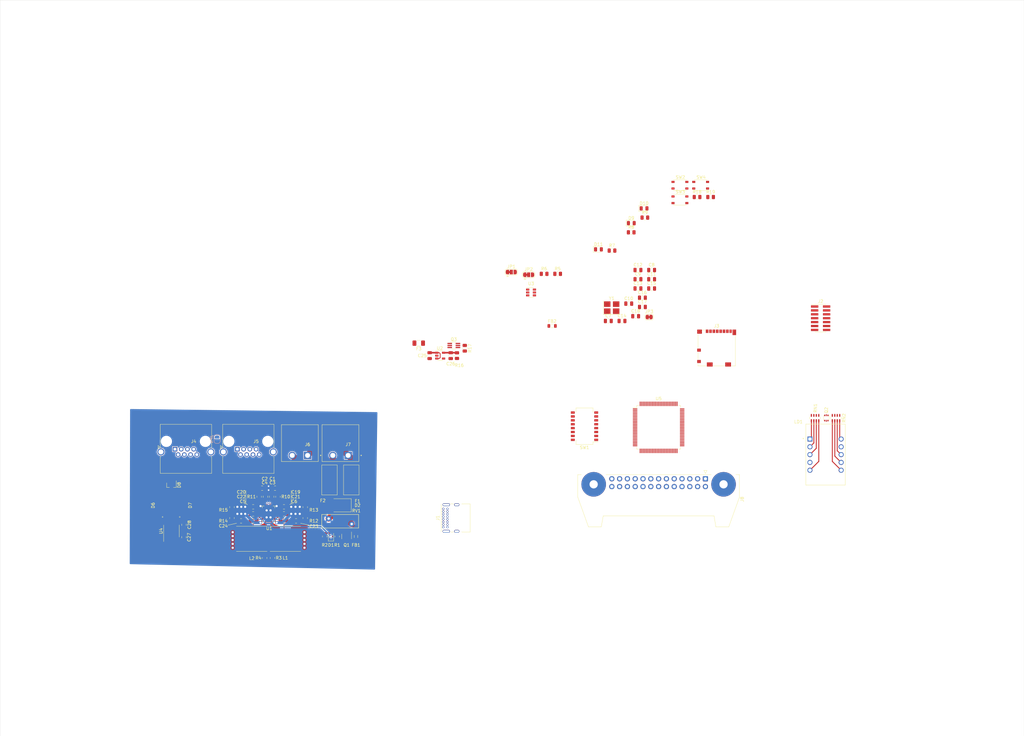
<source format=kicad_pcb>
(kicad_pcb (version 20171130) (host pcbnew 5.1.10-88a1d61d58~88~ubuntu20.04.1)
  (layers (0 F.Cu signal) (31 B.Cu signal) (34 B.Paste user) (35 F.Paste user) (36 B.SilkS user) (37 F.SilkS user) (38 B.Mask user) (39 F.Mask user) (44 Edge.Cuts user))
  (net 0 "")
  (net 1 "Net-(C1-Pad1)")
  (net 2 GND)
  (net 3 "Net-(C2-Pad1)")
  (net 4 +24V)
  (net 5 +3V3)
  (net 6 "Net-(C11-Pad1)")
  (net 7 /mcu/OscIn)
  (net 8 /mcu/OscOut)
  (net 9 +3.3VA)
  (net 10 +5V)
  (net 11 "Net-(D1-Pad2)")
  (net 12 "Net-(D6-Pad1)")
  (net 13 "Net-(D7-Pad1)")
  (net 14 "Net-(D9-Pad2)")
  (net 15 "Net-(D10-Pad2)")
  (net 16 "Net-(D11-Pad2)")
  (net 17 /power/Field24V)
  (net 18 /power/FieldGND)
  (net 19 VBUS)
  (net 20 "Net-(FB1-Pad1)")
  (net 21 /interface/USB_CC1)
  (net 22 /interface/USB_D+)
  (net 23 /interface/USB_D-)
  (net 24 "Net-(J1-PadA8)")
  (net 25 "Net-(J1-PadB8)")
  (net 26 /interface/USB_CC2)
  (net 27 "Net-(J1-PadS1)")
  (net 28 "Net-(J2-Pad1)")
  (net 29 "Net-(J2-Pad2)")
  (net 30 /mcu/dbg_SWDIO)
  (net 31 /mcu/dbg_SWCLK)
  (net 32 /mcu/dbg_SWO)
  (net 33 "Net-(J2-Pad9)")
  (net 34 "Net-(J2-Pad10)")
  (net 35 "Net-(J2-Pad11)")
  (net 36 /mcu/nReset)
  (net 37 /mcu/dbg_UART_Rx)
  (net 38 /mcu/dbg_UART_Tx)
  (net 39 "Net-(JP1-Pad1)")
  (net 40 "Net-(JP2-Pad1)")
  (net 41 "Net-(LD1-Pad1)")
  (net 42 "Net-(LD1-Pad2)")
  (net 43 "Net-(LD1-Pad3)")
  (net 44 "Net-(LD1-Pad4)")
  (net 45 "Net-(LD1-Pad5)")
  (net 46 "Net-(LD1-Pad6)")
  (net 47 "Net-(LD1-Pad7)")
  (net 48 "Net-(LD1-Pad8)")
  (net 49 "Net-(LD1-Pad9)")
  (net 50 "Net-(LD1-Pad10)")
  (net 51 /mcu/Dig2)
  (net 52 /mcu/Dig1)
  (net 53 "Net-(Q3-Pad1)")
  (net 54 "Net-(Q3-Pad2)")
  (net 55 "Net-(Q3-Pad6)")
  (net 56 /mcu/Heartbeat)
  (net 57 /mcu/UserLED)
  (net 58 /mcu/SegD)
  (net 59 /mcu/SegA)
  (net 60 /mcu/SegC)
  (net 61 /mcu/SegB)
  (net 62 /mcu/SegF)
  (net 63 /mcu/SegG)
  (net 64 /mcu/SegE)
  (net 65 /mcu/SegDP)
  (net 66 /mcu/Sw0)
  (net 67 /mcu/Sw1)
  (net 68 /mcu/Sw2)
  (net 69 /mcu/Sw3)
  (net 70 /mcu/Sw4)
  (net 71 /mcu/Sw5)
  (net 72 /mcu/Sw6)
  (net 73 /mcu/Sw7)
  (net 74 /mcu/Boot0)
  (net 75 /mcu/UserBtn)
  (net 76 /power/PG5V)
  (net 77 /power/PG3V3)
  (net 78 "Net-(U2-Pad4)")
  (net 79 /interface/CAN_Tx)
  (net 80 /interface/CAN_Rx)
  (net 81 "Net-(U5-Pad1)")
  (net 82 "Net-(U5-Pad2)")
  (net 83 "Net-(U5-Pad3)")
  (net 84 "Net-(U5-Pad4)")
  (net 85 "Net-(U5-Pad5)")
  (net 86 "Net-(U5-Pad7)")
  (net 87 "Net-(U5-Pad8)")
  (net 88 "Net-(U5-Pad9)")
  (net 89 "Net-(U5-Pad10)")
  (net 90 "Net-(U5-Pad11)")
  (net 91 "Net-(U5-Pad25)")
  (net 92 /mcu/ext_SPI_nSS)
  (net 93 /mcu/ext_SPI_SCK)
  (net 94 /mcu/ext_SPI_MISO)
  (net 95 /mcu/ext_SPI_MOSI)
  (net 96 /mcu/ext_UART_Tx)
  (net 97 /mcu/ext_UART_Rx)
  (net 98 "Net-(U5-Pad32)")
  (net 99 "Net-(U5-Pad33)")
  (net 100 "Net-(U5-Pad34)")
  (net 101 "Net-(U5-Pad36)")
  (net 102 "Net-(U5-Pad38)")
  (net 103 "Net-(U5-Pad39)")
  (net 104 "Net-(U5-Pad40)")
  (net 105 "Net-(U5-Pad41)")
  (net 106 "Net-(U5-Pad42)")
  (net 107 "Net-(U5-Pad43)")
  (net 108 "Net-(U5-Pad44)")
  (net 109 "Net-(U5-Pad45)")
  (net 110 "Net-(U5-Pad46)")
  (net 111 "Net-(U5-Pad47)")
  (net 112 "Net-(U5-Pad50)")
  (net 113 /mcu/ext_CAN_Tx)
  (net 114 /mcu/ext_CAN_Rx)
  (net 115 "Net-(U5-Pad65)")
  (net 116 "Net-(U5-Pad66)")
  (net 117 "Net-(U5-Pad67)")
  (net 118 "Net-(U5-Pad68)")
  (net 119 /mcu/ClkOut)
  (net 120 "Net-(U5-Pad84)")
  (net 121 "Net-(U5-Pad85)")
  (net 122 "Net-(U5-Pad86)")
  (net 123 "Net-(U5-Pad89)")
  (net 124 "Net-(U5-Pad92)")
  (net 125 "Net-(U5-Pad96)")
  (net 126 "Net-(U5-Pad97)")
  (net 127 "Net-(U5-Pad98)")
  (net 128 "Net-(J3-Pad1)")
  (net 129 "Net-(J3-Pad8)")
  (net 130 /interface/SD_nSS)
  (net 131 /interface/SD_MOSI)
  (net 132 /interface/SD_SCK)
  (net 133 /interface/SD_MISO)
  (net 134 "Net-(J3-Pad10)")
  (net 135 "Net-(J3-Pad9)")
  (net 136 /interface/CANH)
  (net 137 /interface/CANL)
  (net 138 "Net-(J4-PadSH)")
  (net 139 "Net-(J4-Pad8)")
  (net 140 /interface/RX-)
  (net 141 /interface/TX-)
  (net 142 "Net-(J4-Pad7)")
  (net 143 /interface/RX+)
  (net 144 /interface/TX+)
  (net 145 "Net-(J8-Pad1)")
  (net 146 "Net-(J8-Pad3)")
  (net 147 "Net-(J8-Pad5)")
  (net 148 "Net-(J8-Pad7)")
  (net 149 "Net-(J8-Pad9)")
  (net 150 "Net-(J8-Pad11)")
  (net 151 "Net-(J8-Pad13)")
  (net 152 "Net-(J8-Pad15)")
  (net 153 "Net-(J8-Pad17)")
  (net 154 "Net-(J8-Pad19)")
  (net 155 "Net-(J8-Pad21)")
  (net 156 "Net-(J8-Pad23)")
  (net 157 "Net-(J8-Pad25)")
  (net 158 "Net-(J8-Pad2)")
  (net 159 "Net-(J8-Pad4)")
  (net 160 "Net-(J8-Pad6)")
  (net 161 "Net-(J8-Pad8)")
  (net 162 "Net-(J8-Pad10)")
  (net 163 "Net-(J8-Pad12)")
  (net 164 "Net-(J8-Pad14)")
  (net 165 "Net-(J8-Pad16)")
  (net 166 "Net-(J8-Pad18)")
  (net 167 "Net-(J8-Pad20)")
  (net 168 "Net-(J8-Pad22)")
  (net 169 "Net-(J8-Pad24)")
  (net 170 "Net-(J8-Pad26)")
  (net 171 "Net-(J8-PadMP)")
  (net 172 /power/COMP1)
  (net 173 /power/COMP2)
  (net 174 /power/SS1)
  (net 175 /power/SS2)
  (net 176 /power/VCC1)
  (net 177 /power/VCC2)
  (net 178 /power/LX1)
  (net 179 /power/LX2)
  (net 180 /power/UVLO)
  (net 181 /power/FB1)
  (net 182 /power/FB2)
  (net 183 /power/FSEL)
  (net 184 /power/MODE2)
  (net 185 /power/SYNC)
  (net 186 /power/MODE1)
  (net 187 /power/LDO_IN)
  (net 188 /power/LDO_OUT)
  (net 189 "Net-(D2-Pad1)")
  (module Capacitor_SMD:C_0805_2012Metric (layer F.Cu) (at 70.678 138.176 180)
    (fp_text reference C1 (at 0.828 3.048) (layer F.SilkS))
    (fp_text value 2n7)
    (pad 1 smd roundrect (at -0.95 0 180) (size 1 1.45) (layers F.Cu F.Paste F.Mask) (net 1 "Net-(C1-Pad1)"))
    (pad 2 smd roundrect (at 0.95 0 180) (size 1 1.45) (layers F.Cu F.Paste F.Mask) (net 2 GND))
  )
  (module Capacitor_SMD:C_0805_2012Metric (layer F.Cu) (at 66.482 138.176)
    (fp_text reference C2 (at 0.828 -3.048 180) (layer F.SilkS))
    (fp_text value 2n7)
    (pad 1 smd roundrect (at -0.95 0) (size 1 1.45) (layers F.Cu F.Paste F.Mask) (net 3 "Net-(C2-Pad1)"))
    (pad 2 smd roundrect (at 0.95 0) (size 1 1.45) (layers F.Cu F.Paste F.Mask) (net 2 GND))
  )
  (module Capacitor_SMD:C_0805_2012Metric (layer F.Cu) (at 69.596 140.97 90)
    (fp_text reference C3 (at 4.572 0.254 180) (layer F.SilkS))
    (fp_text value 33p)
    (pad 1 smd roundrect (at -0.95 0 90) (size 1 1.45) (layers F.Cu F.Paste F.Mask) (net 172 /power/COMP1))
    (pad 2 smd roundrect (at 0.95 0 90) (size 1 1.45) (layers F.Cu F.Paste F.Mask) (net 2 GND))
  )
  (module Capacitor_SMD:C_0805_2012Metric (layer F.Cu) (at 67.564 140.97 90)
    (fp_text reference C4 (at 4.572 -0.254 180) (layer F.SilkS))
    (fp_text value 22p)
    (pad 2 smd roundrect (at 0.95 0 90) (size 1 1.45) (layers F.Cu F.Paste F.Mask) (net 2 GND))
    (pad 1 smd roundrect (at -0.95 0 90) (size 1 1.45) (layers F.Cu F.Paste F.Mask) (net 173 /power/COMP2))
  )
  (module Capacitor_SMD:C_0805_2012Metric (layer F.Cu) (at 63.566 148.844 180)
    (fp_text reference C5 (at 3.368 6.35) (layer F.SilkS))
    (fp_text value 2u2)
    (pad 1 smd roundrect (at -0.95 0 180) (size 1 1.45) (layers F.Cu F.Paste F.Mask) (net 4 +24V))
    (pad 2 smd roundrect (at 0.95 0 180) (size 1 1.45) (layers F.Cu F.Paste F.Mask) (net 2 GND))
  )
  (module Capacitor_SMD:C_0805_2012Metric (layer F.Cu) (at 73.594 148.844)
    (fp_text reference C6 (at 3.368 -6.35) (layer F.SilkS))
    (fp_text value 2u2)
    (pad 2 smd roundrect (at 0.95 0) (size 1 1.45) (layers F.Cu F.Paste F.Mask) (net 2 GND))
    (pad 1 smd roundrect (at -0.95 0) (size 1 1.45) (layers F.Cu F.Paste F.Mask) (net 4 +24V))
  )
  (module Capacitor_SMD:C_0805_2012Metric (layer F.Cu) (at 179.203001 83.701001)
    (fp_text reference C7 (at 0 -1.68) (layer F.SilkS))
    (fp_text value 100n)
    (pad 2 smd roundrect (at 0.95 0) (size 1 1.45) (layers F.Cu F.Paste F.Mask) (net 2 GND))
    (pad 1 smd roundrect (at -0.95 0) (size 1 1.45) (layers F.Cu F.Paste F.Mask) (net 5 +3V3))
  )
  (module Capacitor_SMD:C_0805_2012Metric (layer F.Cu) (at 193.303001 67.101001)
    (fp_text reference C8 (at 0 -1.68) (layer F.SilkS))
    (fp_text value 1u)
    (pad 2 smd roundrect (at 0.95 0) (size 1 1.45) (layers F.Cu F.Paste F.Mask) (net 2 GND))
    (pad 1 smd roundrect (at -0.95 0) (size 1 1.45) (layers F.Cu F.Paste F.Mask) (net 6 "Net-(C11-Pad1)"))
  )
  (module Capacitor_SMD:C_0805_2012Metric (layer F.Cu) (at 188.853001 70.111001)
    (fp_text reference C9 (at 0 -1.68) (layer F.SilkS))
    (fp_text value TBD)
    (pad 2 smd roundrect (at 0.95 0) (size 1 1.45) (layers F.Cu F.Paste F.Mask) (net 2 GND))
    (pad 1 smd roundrect (at -0.95 0) (size 1 1.45) (layers F.Cu F.Paste F.Mask) (net 7 /mcu/OscIn))
  )
  (module Capacitor_SMD:C_0805_2012Metric (layer F.Cu) (at 185.853001 78.051001)
    (fp_text reference C10 (at 0 -1.68) (layer F.SilkS))
    (fp_text value 100n)
    (pad 1 smd roundrect (at -0.95 0) (size 1 1.45) (layers F.Cu F.Paste F.Mask) (net 5 +3V3))
    (pad 2 smd roundrect (at 0.95 0) (size 1 1.45) (layers F.Cu F.Paste F.Mask) (net 2 GND))
  )
  (module Capacitor_SMD:C_0805_2012Metric (layer F.Cu) (at 193.303001 70.111001)
    (fp_text reference C11 (at 0 -1.68) (layer F.SilkS))
    (fp_text value 10n)
    (pad 2 smd roundrect (at 0.95 0) (size 1 1.45) (layers F.Cu F.Paste F.Mask) (net 2 GND))
    (pad 1 smd roundrect (at -0.95 0) (size 1 1.45) (layers F.Cu F.Paste F.Mask) (net 6 "Net-(C11-Pad1)"))
  )
  (module Capacitor_SMD:C_0805_2012Metric (layer F.Cu) (at 188.853001 67.101001)
    (fp_text reference C12 (at 0 -1.68) (layer F.SilkS))
    (fp_text value TBD)
    (pad 1 smd roundrect (at -0.95 0) (size 1 1.45) (layers F.Cu F.Paste F.Mask) (net 8 /mcu/OscOut))
    (pad 2 smd roundrect (at 0.95 0) (size 1 1.45) (layers F.Cu F.Paste F.Mask) (net 2 GND))
  )
  (module Capacitor_SMD:C_0805_2012Metric (layer F.Cu) (at 188.853001 73.121001)
    (fp_text reference C13 (at 0 -1.68) (layer F.SilkS))
    (fp_text value 100n)
    (pad 2 smd roundrect (at 0.95 0) (size 1 1.45) (layers F.Cu F.Paste F.Mask) (net 2 GND))
    (pad 1 smd roundrect (at -0.95 0) (size 1 1.45) (layers F.Cu F.Paste F.Mask) (net 5 +3V3))
  )
  (module Capacitor_SMD:C_0805_2012Metric (layer F.Cu) (at 183.653001 83.701001)
    (fp_text reference C14 (at 0 -1.68) (layer F.SilkS))
    (fp_text value 100n)
    (pad 1 smd roundrect (at -0.95 0) (size 1 1.45) (layers F.Cu F.Paste F.Mask) (net 5 +3V3))
    (pad 2 smd roundrect (at 0.95 0) (size 1 1.45) (layers F.Cu F.Paste F.Mask) (net 2 GND))
  )
  (module Capacitor_SMD:C_0805_2012Metric (layer F.Cu) (at 193.303001 73.121001)
    (fp_text reference C15 (at 0 -1.68) (layer F.SilkS))
    (fp_text value 100n)
    (pad 2 smd roundrect (at 0.95 0) (size 1 1.45) (layers F.Cu F.Paste F.Mask) (net 2 GND))
    (pad 1 smd roundrect (at -0.95 0) (size 1 1.45) (layers F.Cu F.Paste F.Mask) (net 5 +3V3))
  )
  (module Capacitor_SMD:C_0805_2012Metric (layer F.Cu) (at 190.303001 76.131001)
    (fp_text reference C16 (at 0 -1.68) (layer F.SilkS))
    (fp_text value 10n)
    (pad 2 smd roundrect (at 0.95 0) (size 1 1.45) (layers F.Cu F.Paste F.Mask) (net 2 GND))
    (pad 1 smd roundrect (at -0.95 0) (size 1 1.45) (layers F.Cu F.Paste F.Mask) (net 9 +3.3VA))
  )
  (module Capacitor_SMD:C_0805_2012Metric (layer F.Cu) (at 190.303001 79.141001)
    (fp_text reference C17 (at 0 -1.68) (layer F.SilkS))
    (fp_text value 4u7)
    (pad 1 smd roundrect (at -0.95 0) (size 1 1.45) (layers F.Cu F.Paste F.Mask) (net 5 +3V3))
    (pad 2 smd roundrect (at 0.95 0) (size 1 1.45) (layers F.Cu F.Paste F.Mask) (net 2 GND))
  )
  (module Capacitor_SMD:C_0805_2012Metric (layer F.Cu) (at 188.103001 82.151001)
    (fp_text reference C18 (at 0 -1.68) (layer F.SilkS))
    (fp_text value 1u)
    (pad 2 smd roundrect (at 0.95 0) (size 1 1.45) (layers F.Cu F.Paste F.Mask) (net 2 GND))
    (pad 1 smd roundrect (at -0.95 0) (size 1 1.45) (layers F.Cu F.Paste F.Mask) (net 9 +3.3VA))
  )
  (module Capacitor_SMD:C_0805_2012Metric (layer F.Cu) (at 73.594 144.272)
    (fp_text reference C19 (at 3.876 -4.826) (layer F.SilkS))
    (fp_text value 3n3)
    (pad 1 smd roundrect (at -0.95 0) (size 1 1.45) (layers F.Cu F.Paste F.Mask) (net 174 /power/SS1))
    (pad 2 smd roundrect (at 0.95 0) (size 1 1.45) (layers F.Cu F.Paste F.Mask) (net 2 GND))
  )
  (module Capacitor_SMD:C_0805_2012Metric (layer F.Cu) (at 63.566 144.272 180)
    (fp_text reference C20 (at 3.876 4.826) (layer F.SilkS))
    (fp_text value 3n3)
    (pad 2 smd roundrect (at 0.95 0 180) (size 1 1.45) (layers F.Cu F.Paste F.Mask) (net 2 GND))
    (pad 1 smd roundrect (at -0.95 0 180) (size 1 1.45) (layers F.Cu F.Paste F.Mask) (net 175 /power/SS2))
  )
  (module Capacitor_SMD:C_0805_2012Metric (layer F.Cu) (at 73.594 146.558 180)
    (fp_text reference C21 (at -3.876 5.588) (layer F.SilkS))
    (fp_text value 1u)
    (pad 2 smd roundrect (at 0.95 0 180) (size 1 1.45) (layers F.Cu F.Paste F.Mask) (net 176 /power/VCC1))
    (pad 1 smd roundrect (at -0.95 0 180) (size 1 1.45) (layers F.Cu F.Paste F.Mask) (net 2 GND))
  )
  (module Capacitor_SMD:C_0805_2012Metric (layer F.Cu) (at 63.566 146.558)
    (fp_text reference C22 (at -3.876 -5.588) (layer F.SilkS))
    (fp_text value 1u)
    (pad 1 smd roundrect (at -0.95 0) (size 1 1.45) (layers F.Cu F.Paste F.Mask) (net 2 GND))
    (pad 2 smd roundrect (at 0.95 0) (size 1 1.45) (layers F.Cu F.Paste F.Mask) (net 177 /power/VCC2))
  )
  (module Capacitor_SMD:C_0805_2012Metric (layer F.Cu) (at 77.536 148.844 180)
    (fp_text reference C23 (at -5.776 -1.778) (layer F.SilkS))
    (fp_text value 10u)
    (pad 1 smd roundrect (at -0.95 0 180) (size 1 1.45) (layers F.Cu F.Paste F.Mask) (net 10 +5V))
    (pad 2 smd roundrect (at 0.95 0 180) (size 1 1.45) (layers F.Cu F.Paste F.Mask) (net 2 GND))
  )
  (module Capacitor_SMD:C_0805_2012Metric (layer F.Cu) (at 59.624 148.844)
    (fp_text reference C24 (at -5.776 1.651) (layer F.SilkS))
    (fp_text value 22u)
    (pad 1 smd roundrect (at -0.95 0) (size 1 1.45) (layers F.Cu F.Paste F.Mask) (net 5 +3V3))
    (pad 2 smd roundrect (at 0.95 0) (size 1 1.45) (layers F.Cu F.Paste F.Mask) (net 2 GND))
  )
  (module Capacitor_SMD:C_0805_2012Metric (layer F.Cu) (at 121.031 94.996 270)
    (fp_text reference C25 (at 0 2.413 180) (layer F.SilkS))
    (fp_text value 1u)
    (pad 1 smd roundrect (at -0.95 0 270) (size 1 1.45) (layers F.Cu F.Paste F.Mask) (net 187 /power/LDO_IN))
    (pad 2 smd roundrect (at 0.95 0 270) (size 1 1.45) (layers F.Cu F.Paste F.Mask) (net 2 GND))
  )
  (module Capacitor_SMD:C_0805_2012Metric (layer F.Cu) (at 127.889 94.996 270)
    (fp_text reference C26 (at 2.667 0 180) (layer F.SilkS))
    (fp_text value 1u)
    (pad 1 smd roundrect (at -0.95 0 270) (size 1 1.45) (layers F.Cu F.Paste F.Mask) (net 188 /power/LDO_OUT))
    (pad 2 smd roundrect (at 0.95 0 270) (size 1 1.45) (layers F.Cu F.Paste F.Mask) (net 2 GND))
  )
  (module Package_TO_SOT_SMD:SOT-23 (layer F.Cu) (at 36.957 137.16 270)
    (fp_text reference D8 (at 0 -2.5 90) (layer F.SilkS))
    (fp_text value NUP2105L)
    (pad 1 smd rect (at -1 -0.95 270) (size 0.9 0.8) (layers F.Cu F.Paste F.Mask) (net 137 /interface/CANL))
    (pad 2 smd rect (at -1 0.95 270) (size 0.9 0.8) (layers F.Cu F.Paste F.Mask) (net 136 /interface/CANH))
    (pad 3 smd rect (at 1 0 270) (size 0.9 0.8) (layers F.Cu F.Paste F.Mask) (net 2 GND))
  )
  (module LED_SMD:LED_0805_2012Metric (layer F.Cu) (at 186.693001 51.826001)
    (fp_text reference D9 (at 0 -1.65) (layer F.SilkS))
    (fp_text value RED)
    (pad 1 smd roundrect (at -0.9375 0) (size 0.975 1.4) (layers F.Cu F.Paste F.Mask) (net 2 GND))
    (pad 2 smd roundrect (at 0.9375 0) (size 0.975 1.4) (layers F.Cu F.Paste F.Mask) (net 14 "Net-(D9-Pad2)"))
  )
  (module LED_SMD:LED_0805_2012Metric (layer F.Cu) (at 190.843001 47.026001)
    (fp_text reference D10 (at 0 -1.65) (layer F.SilkS))
    (fp_text value GREEN)
    (pad 2 smd roundrect (at 0.9375 0) (size 0.975 1.4) (layers F.Cu F.Paste F.Mask) (net 15 "Net-(D10-Pad2)"))
    (pad 1 smd roundrect (at -0.9375 0) (size 0.975 1.4) (layers F.Cu F.Paste F.Mask) (net 2 GND))
  )
  (module LED_SMD:LED_0805_2012Metric (layer F.Cu) (at 175.993001 60.366001)
    (fp_text reference D11 (at 0 -1.65) (layer F.SilkS))
    (fp_text value BLUE)
    (pad 1 smd roundrect (at -0.9375 0) (size 0.975 1.4) (layers F.Cu F.Paste F.Mask) (net 2 GND))
    (pad 2 smd roundrect (at 0.9375 0) (size 0.975 1.4) (layers F.Cu F.Paste F.Mask) (net 16 "Net-(D11-Pad2)"))
  )
  (module Littelfuse-154:Littelfuse-154 (layer F.Cu) (at 95.504 135.519 90)
    (fp_text reference F1 (at -6.848 2.032 180) (layer F.SilkS))
    (fp_text value 500mA)
    (pad 1 smd rect (at -3.185 0 90) (size 4.24 3.81) (layers F.Cu F.Paste F.Mask) (net 189 "Net-(D2-Pad1)"))
    (pad 2 smd rect (at 3.185 0 90) (size 4.24 3.81) (layers F.Cu F.Paste F.Mask) (net 17 /power/Field24V))
  )
  (module Littelfuse-154:Littelfuse-154 (layer F.Cu) (at 88.392 135.519 90)
    (fp_text reference F2 (at -6.721 -2.159 180) (layer F.SilkS))
    (fp_text value 500mA)
    (pad 2 smd rect (at 3.185 0 90) (size 4.24 3.81) (layers F.Cu F.Paste F.Mask) (net 18 /power/FieldGND))
    (pad 1 smd rect (at -3.185 0 90) (size 4.24 3.81) (layers F.Cu F.Paste F.Mask) (net 2 GND))
  )
  (module Fuse:Fuse_1206_3216Metric (layer F.Cu) (at 117.475 90.932 180)
    (fp_text reference F3 (at 0 -1.82) (layer F.SilkS))
    (fp_text value 500mA)
    (pad 1 smd roundrect (at -1.4 0 180) (size 1.25 1.75) (layers F.Cu F.Paste F.Mask) (roundrect_rratio 0.2) (net 187 /power/LDO_IN))
    (pad 2 smd roundrect (at 1.4 0 180) (size 1.25 1.75) (layers F.Cu F.Paste F.Mask) (roundrect_rratio 0.2) (net 19 VBUS))
  )
  (module Inductor_SMD:L_0805_2012Metric (layer F.Cu) (at 97.028 153.924 90)
    (fp_text reference FB1 (at -2.794 0 180) (layer F.SilkS))
    (fp_text value 1k@100MHz)
    (pad 1 smd roundrect (at -1.0625 0 90) (size 0.875 1.2) (layers F.Cu F.Paste F.Mask) (net 20 "Net-(FB1-Pad1)"))
    (pad 2 smd roundrect (at 1.0625 0 90) (size 0.875 1.2) (layers F.Cu F.Paste F.Mask) (net 189 "Net-(D2-Pad1)"))
  )
  (module Inductor_SMD:L_0805_2012Metric (layer F.Cu) (at 160.903001 85.321001)
    (fp_text reference FB2 (at 0 -1.55) (layer F.SilkS))
    (fp_text value 1k@100MHz)
    (pad 2 smd roundrect (at 1.0625 0) (size 0.875 1.2) (layers F.Cu F.Paste F.Mask) (net 5 +3V3))
    (pad 1 smd roundrect (at -1.0625 0) (size 0.875 1.2) (layers F.Cu F.Paste F.Mask) (net 9 +3.3VA))
  )
  (module Connector_USB:USB_C_Receptacle_GCT_USB4085 (layer F.Cu) (at 125.476 150.876 90)
    (fp_text reference J1 (at 2.975 -1.8 90) (layer F.SilkS))
    (fp_text value USB_C_Receptacle_USB2.0)
    (pad A1 thru_hole circle (at 0 0 90) (size 0.7 0.7) (drill 0.4) (layers *.Cu *.Mask) (net 2 GND))
    (pad A4 thru_hole circle (at 0.85 0 90) (size 0.7 0.7) (drill 0.4) (layers *.Cu *.Mask) (net 19 VBUS))
    (pad A5 thru_hole circle (at 1.7 0 90) (size 0.7 0.7) (drill 0.4) (layers *.Cu *.Mask) (net 21 /interface/USB_CC1))
    (pad A6 thru_hole circle (at 2.55 0 90) (size 0.7 0.7) (drill 0.4) (layers *.Cu *.Mask) (net 22 /interface/USB_D+))
    (pad A7 thru_hole circle (at 3.4 0 90) (size 0.7 0.7) (drill 0.4) (layers *.Cu *.Mask) (net 23 /interface/USB_D-))
    (pad A8 thru_hole circle (at 4.25 0 90) (size 0.7 0.7) (drill 0.4) (layers *.Cu *.Mask) (net 24 "Net-(J1-PadA8)"))
    (pad A9 thru_hole circle (at 5.1 0 90) (size 0.7 0.7) (drill 0.4) (layers *.Cu *.Mask) (net 19 VBUS))
    (pad A12 thru_hole circle (at 5.95 0 90) (size 0.7 0.7) (drill 0.4) (layers *.Cu *.Mask) (net 2 GND))
    (pad B9 thru_hole circle (at 0.85 1.35 90) (size 0.7 0.7) (drill 0.4) (layers *.Cu *.Mask) (net 19 VBUS))
    (pad B7 thru_hole circle (at 2.55 1.35 90) (size 0.7 0.7) (drill 0.4) (layers *.Cu *.Mask) (net 23 /interface/USB_D-))
    (pad B8 thru_hole circle (at 1.7 1.35 90) (size 0.7 0.7) (drill 0.4) (layers *.Cu *.Mask) (net 25 "Net-(J1-PadB8)"))
    (pad B12 thru_hole circle (at 0 1.35 90) (size 0.7 0.7) (drill 0.4) (layers *.Cu *.Mask) (net 2 GND))
    (pad B5 thru_hole circle (at 4.25 1.35 90) (size 0.7 0.7) (drill 0.4) (layers *.Cu *.Mask) (net 26 /interface/USB_CC2))
    (pad B4 thru_hole circle (at 5.1 1.35 90) (size 0.7 0.7) (drill 0.4) (layers *.Cu *.Mask) (net 19 VBUS))
    (pad B1 thru_hole circle (at 5.95 1.35 90) (size 0.7 0.7) (drill 0.4) (layers *.Cu *.Mask) (net 2 GND))
    (pad B6 thru_hole circle (at 3.4 1.35 90) (size 0.7 0.7) (drill 0.4) (layers *.Cu *.Mask) (net 22 /interface/USB_D+))
    (pad S1 thru_hole oval (at -1.35 0.98 90) (size 0.9 2.4) (drill oval 0.6 2.1) (layers *.Cu *.Mask) (net 27 "Net-(J1-PadS1)"))
    (pad S1 thru_hole oval (at 7.3 0.98 90) (size 0.9 2.4) (drill oval 0.6 2.1) (layers *.Cu *.Mask) (net 27 "Net-(J1-PadS1)"))
    (pad S1 thru_hole oval (at -1.35 4.36 90) (size 0.9 1.7) (drill oval 0.6 1.4) (layers *.Cu *.Mask) (net 27 "Net-(J1-PadS1)"))
    (pad S1 thru_hole oval (at 7.3 4.36 90) (size 0.9 1.7) (drill oval 0.6 1.4) (layers *.Cu *.Mask) (net 27 "Net-(J1-PadS1)"))
  )
  (module Connector_PinHeader_1.27mm:PinHeader_2x07_P1.27mm_Vertical_SMD (layer F.Cu) (at 248.33 82.804)
    (fp_text reference J2 (at 0 -5.505) (layer F.SilkS))
    (fp_text value Conn_ST_STDC14)
    (pad 1 smd rect (at -1.95 -3.81) (size 2.4 0.74) (layers F.Cu F.Paste F.Mask) (net 28 "Net-(J2-Pad1)"))
    (pad 2 smd rect (at 1.95 -3.81) (size 2.4 0.74) (layers F.Cu F.Paste F.Mask) (net 29 "Net-(J2-Pad2)"))
    (pad 3 smd rect (at -1.95 -2.54) (size 2.4 0.74) (layers F.Cu F.Paste F.Mask) (net 5 +3V3))
    (pad 4 smd rect (at 1.95 -2.54) (size 2.4 0.74) (layers F.Cu F.Paste F.Mask) (net 30 /mcu/dbg_SWDIO))
    (pad 5 smd rect (at -1.95 -1.27) (size 2.4 0.74) (layers F.Cu F.Paste F.Mask) (net 2 GND))
    (pad 6 smd rect (at 1.95 -1.27) (size 2.4 0.74) (layers F.Cu F.Paste F.Mask) (net 31 /mcu/dbg_SWCLK))
    (pad 7 smd rect (at -1.95 0) (size 2.4 0.74) (layers F.Cu F.Paste F.Mask) (net 2 GND))
    (pad 8 smd rect (at 1.95 0) (size 2.4 0.74) (layers F.Cu F.Paste F.Mask) (net 32 /mcu/dbg_SWO))
    (pad 9 smd rect (at -1.95 1.27) (size 2.4 0.74) (layers F.Cu F.Paste F.Mask) (net 33 "Net-(J2-Pad9)"))
    (pad 10 smd rect (at 1.95 1.27) (size 2.4 0.74) (layers F.Cu F.Paste F.Mask) (net 34 "Net-(J2-Pad10)"))
    (pad 11 smd rect (at -1.95 2.54) (size 2.4 0.74) (layers F.Cu F.Paste F.Mask) (net 35 "Net-(J2-Pad11)"))
    (pad 12 smd rect (at 1.95 2.54) (size 2.4 0.74) (layers F.Cu F.Paste F.Mask) (net 36 /mcu/nReset))
    (pad 13 smd rect (at -1.95 3.81) (size 2.4 0.74) (layers F.Cu F.Paste F.Mask) (net 37 /mcu/dbg_UART_Rx))
    (pad 14 smd rect (at 1.95 3.81) (size 2.4 0.74) (layers F.Cu F.Paste F.Mask) (net 38 /mcu/dbg_UART_Tx))
  )
  (module Jumper:SolderJumper-3_P1.3mm_Bridged12_RoundedPad1.0x1.5mm (layer F.Cu) (at 147.613001 67.767001)
    (fp_text reference JP1 (at 0 -1.8) (layer F.SilkS))
    (fp_text value CC1)
    (fp_poly (pts (xy -0.9 -0.3) (xy -0.4 -0.3) (xy -0.4 0.3) (xy -0.9 0.3)) (layer F.Cu) (width 0))
    (pad 1 smd custom (at -1.3 0) (size 1 0.5) (layers F.Cu F.Mask) (net 39 "Net-(JP1-Pad1)") (options (clearance outline) (anchor rect)) (primitives (gr_circle (center 0 0.25) (end 0.5 0.25) (width 0)) (gr_circle (center 0 -0.25) (end 0.5 -0.25) (width 0)) (gr_poly (pts (xy 0.55 -0.75) (xy 0 -0.75) (xy 0 0.75) (xy 0.55 0.75)) (width 0))))
    (pad 2 smd rect (at 0 0) (size 1 1.5) (layers F.Cu F.Mask) (net 21 /interface/USB_CC1))
    (pad 3 smd custom (at 1.3 0) (size 1 0.5) (layers F.Cu F.Mask) (net 21 /interface/USB_CC1) (options (clearance outline) (anchor rect)) (primitives (gr_circle (center 0 0.25) (end 0.5 0.25) (width 0)) (gr_circle (center 0 -0.25) (end 0.5 -0.25) (width 0)) (gr_poly (pts (xy -0.55 -0.75) (xy 0 -0.75) (xy 0 0.75) (xy -0.55 0.75)) (width 0))))
  )
  (module Jumper:SolderJumper-3_P1.3mm_Bridged12_RoundedPad1.0x1.5mm (layer F.Cu) (at 153.263001 68.647001)
    (fp_text reference JP2 (at 0 -1.8) (layer F.SilkS))
    (fp_text value CC2)
    (fp_poly (pts (xy -0.9 -0.3) (xy -0.4 -0.3) (xy -0.4 0.3) (xy -0.9 0.3)) (layer F.Cu) (width 0))
    (pad 3 smd custom (at 1.3 0) (size 1 0.5) (layers F.Cu F.Mask) (net 26 /interface/USB_CC2) (options (clearance outline) (anchor rect)) (primitives (gr_circle (center 0 0.25) (end 0.5 0.25) (width 0)) (gr_circle (center 0 -0.25) (end 0.5 -0.25) (width 0)) (gr_poly (pts (xy -0.55 -0.75) (xy 0 -0.75) (xy 0 0.75) (xy -0.55 0.75)) (width 0))))
    (pad 2 smd rect (at 0 0) (size 1 1.5) (layers F.Cu F.Mask) (net 26 /interface/USB_CC2))
    (pad 1 smd custom (at -1.3 0) (size 1 0.5) (layers F.Cu F.Mask) (net 40 "Net-(JP2-Pad1)") (options (clearance outline) (anchor rect)) (primitives (gr_circle (center 0 0.25) (end 0.5 0.25) (width 0)) (gr_circle (center 0 -0.25) (end 0.5 -0.25) (width 0)) (gr_poly (pts (xy 0.55 -0.75) (xy 0 -0.75) (xy 0 0.75) (xy 0.55 0.75)) (width 0))))
  )
  (module Jumper:SolderJumper-2_P1.3mm_Bridged_RoundedPad1.0x1.5mm (layer F.Cu) (at 192.503001 82.421001)
    (fp_text reference JP3 (at 0 -1.8) (layer F.SilkS))
    (fp_text value Jumper_2_Bridged)
    (fp_poly (pts (xy 0.25 -0.3) (xy -0.25 -0.3) (xy -0.25 0.3) (xy 0.25 0.3)) (layer F.Cu) (width 0))
    (pad 2 smd custom (at 0.65 0) (size 1 0.5) (layers F.Cu F.Mask) (net 6 "Net-(C11-Pad1)") (options (clearance outline) (anchor rect)) (primitives (gr_circle (center 0 0.25) (end 0.5 0.25) (width 0)) (gr_circle (center 0 -0.25) (end 0.5 -0.25) (width 0)) (gr_poly (pts (xy 0 -0.75) (xy -0.5 -0.75) (xy -0.5 0.75) (xy 0 0.75)) (width 0))))
    (pad 1 smd custom (at -0.65 0) (size 1 0.5) (layers F.Cu F.Mask) (net 9 +3.3VA) (options (clearance outline) (anchor rect)) (primitives (gr_circle (center 0 0.25) (end 0.5 0.25) (width 0)) (gr_circle (center 0 -0.25) (end 0.5 -0.25) (width 0)) (gr_poly (pts (xy 0 -0.75) (xy 0.5 -0.75) (xy 0.5 0.75) (xy 0 0.75)) (width 0))))
  )
  (module LTD-470:LED_LTD-4708G (layer F.Cu) (at 249.936 127.254)
    (fp_text reference LD1 (at -8.8392 -10.6934) (layer F.SilkS))
    (fp_text value LTD4708G)
    (pad 1 thru_hole rect (at -5.08 -5.08) (size 1.62 1.62) (drill 1.08) (layers *.Cu *.Mask) (net 41 "Net-(LD1-Pad1)"))
    (pad 2 thru_hole circle (at -5.08 -2.54) (size 1.62 1.62) (drill 1.08) (layers *.Cu *.Mask) (net 42 "Net-(LD1-Pad2)"))
    (pad 3 thru_hole circle (at -5.08 0) (size 1.62 1.62) (drill 1.08) (layers *.Cu *.Mask) (net 43 "Net-(LD1-Pad3)"))
    (pad 4 thru_hole circle (at -5.08 2.54) (size 1.62 1.62) (drill 1.08) (layers *.Cu *.Mask) (net 44 "Net-(LD1-Pad4)"))
    (pad 5 thru_hole circle (at -5.08 5.08) (size 1.62 1.62) (drill 1.08) (layers *.Cu *.Mask) (net 45 "Net-(LD1-Pad5)"))
    (pad 6 thru_hole circle (at 5.08 5.08) (size 1.62 1.62) (drill 1.08) (layers *.Cu *.Mask) (net 46 "Net-(LD1-Pad6)"))
    (pad 7 thru_hole circle (at 5.08 2.54) (size 1.62 1.62) (drill 1.08) (layers *.Cu *.Mask) (net 47 "Net-(LD1-Pad7)"))
    (pad 8 thru_hole circle (at 5.08 0) (size 1.62 1.62) (drill 1.08) (layers *.Cu *.Mask) (net 48 "Net-(LD1-Pad8)"))
    (pad 9 thru_hole circle (at 5.08 -2.54) (size 1.62 1.62) (drill 1.08) (layers *.Cu *.Mask) (net 49 "Net-(LD1-Pad9)"))
    (pad 10 thru_hole circle (at 5.08 -5.08) (size 1.62 1.62) (drill 1.08) (layers *.Cu *.Mask) (net 50 "Net-(LD1-Pad10)"))
  )
  (module Package_SO:TSOP-6_1.65x3.05mm_P0.95mm (layer F.Cu) (at 93.98 153.924 270)
    (fp_text reference Q1 (at 2.794 0 180) (layer F.SilkS))
    (fp_text value Si3129DV)
    (pad 1 smd rect (at -1.16 -0.95 270) (size 0.7 0.51) (layers F.Cu F.Paste F.Mask) (net 20 "Net-(FB1-Pad1)"))
    (pad 2 smd rect (at -1.16 0 270) (size 0.7 0.51) (layers F.Cu F.Paste F.Mask) (net 20 "Net-(FB1-Pad1)"))
    (pad 3 smd rect (at -1.16 0.95 270) (size 0.7 0.51) (layers F.Cu F.Paste F.Mask) (net 11 "Net-(D1-Pad2)"))
    (pad 4 smd rect (at 1.16 0.95 270) (size 0.7 0.51) (layers F.Cu F.Paste F.Mask) (net 4 +24V))
    (pad 5 smd rect (at 1.16 0 270) (size 0.7 0.51) (layers F.Cu F.Paste F.Mask) (net 20 "Net-(FB1-Pad1)"))
    (pad 6 smd rect (at 1.16 -0.95 270) (size 0.7 0.51) (layers F.Cu F.Paste F.Mask) (net 20 "Net-(FB1-Pad1)"))
  )
  (module Package_TO_SOT_SMD:SOT-666 (layer F.Cu) (at 250.19 115.316 270)
    (fp_text reference Q2 (at -2.54 0 90) (layer F.SilkS))
    (fp_text value PMDT290UNE)
    (pad 1 smd rect (at -0.85 -0.5375 270) (size 0.5 0.375) (layers F.Cu F.Paste F.Mask) (net 2 GND))
    (pad 3 smd rect (at -0.85 0.5375 270) (size 0.5 0.375) (layers F.Cu F.Paste F.Mask) (net 44 "Net-(LD1-Pad4)"))
    (pad 5 smd rect (at 0.925 0 270) (size 0.65 0.3) (layers F.Cu F.Paste F.Mask) (net 51 /mcu/Dig2))
    (pad 2 smd rect (at -0.925 0 270) (size 0.65 0.3) (layers F.Cu F.Paste F.Mask) (net 52 /mcu/Dig1))
    (pad 4 smd rect (at 0.85 0.5375 270) (size 0.5 0.375) (layers F.Cu F.Paste F.Mask) (net 2 GND))
    (pad 6 smd rect (at 0.85 -0.5375 270) (size 0.5 0.375) (layers F.Cu F.Paste F.Mask) (net 49 "Net-(LD1-Pad9)"))
  )
  (module Package_TO_SOT_SMD:SOT-363_SC-70-6_Handsoldering (layer F.Cu) (at 128.905 91.694)
    (fp_text reference Q3 (at 0 -2) (layer F.SilkS))
    (fp_text value Si1967DH)
    (pad 1 smd rect (at -1.33 -0.65) (size 1.5 0.4) (layers F.Cu F.Paste F.Mask) (net 53 "Net-(Q3-Pad1)"))
    (pad 2 smd rect (at -1.33 0) (size 1.5 0.4) (layers F.Cu F.Paste F.Mask) (net 54 "Net-(Q3-Pad2)"))
    (pad 3 smd rect (at -1.33 0.65) (size 1.5 0.4) (layers F.Cu F.Paste F.Mask) (net 5 +3V3))
    (pad 4 smd rect (at 1.33 0.65) (size 1.5 0.4) (layers F.Cu F.Paste F.Mask) (net 188 /power/LDO_OUT))
    (pad 5 smd rect (at 1.33 0) (size 1.5 0.4) (layers F.Cu F.Paste F.Mask) (net 10 +5V))
    (pad 6 smd rect (at 1.33 -0.65) (size 1.5 0.4) (layers F.Cu F.Paste F.Mask) (net 55 "Net-(Q3-Pad6)"))
  )
  (module Resistor_SMD:R_0805_2012Metric (layer F.Cu) (at 90.932 153.924 90)
    (fp_text reference R1 (at -2.794 0 180) (layer F.SilkS))
    (fp_text value 68k)
    (pad 2 smd roundrect (at 0.9125 0 90) (size 1.025 1.4) (layers F.Cu F.Paste F.Mask) (roundrect_rratio 0.243902) (net 11 "Net-(D1-Pad2)"))
    (pad 1 smd roundrect (at -0.9125 0 90) (size 1.025 1.4) (layers F.Cu F.Paste F.Mask) (roundrect_rratio 0.243902) (net 4 +24V))
  )
  (module Resistor_SMD:R_0805_2012Metric (layer F.Cu) (at 86.868 153.924 270)
    (fp_text reference R2 (at 2.794 0 180) (layer F.SilkS))
    (fp_text value 10k)
    (pad 2 smd roundrect (at 0.9125 0 270) (size 1.025 1.4) (layers F.Cu F.Paste F.Mask) (roundrect_rratio 0.243902) (net 2 GND))
    (pad 1 smd roundrect (at -0.9125 0 270) (size 1.025 1.4) (layers F.Cu F.Paste F.Mask) (roundrect_rratio 0.243902) (net 11 "Net-(D1-Pad2)"))
  )
  (module Resistor_SMD:R_0805_2012Metric (layer F.Cu) (at 69.85 160.9325 90)
    (fp_text reference R3 (at 0.0235 2.032 180) (layer F.SilkS))
    (fp_text value 68k)
    (pad 1 smd roundrect (at -0.9125 0 90) (size 1.025 1.4) (layers F.Cu F.Paste F.Mask) (roundrect_rratio 0.243902) (net 4 +24V))
    (pad 2 smd roundrect (at 0.9125 0 90) (size 1.025 1.4) (layers F.Cu F.Paste F.Mask) (roundrect_rratio 0.243902) (net 180 /power/UVLO))
  )
  (module Resistor_SMD:R_0805_2012Metric (layer F.Cu) (at 67.31 160.9325 270)
    (fp_text reference R4 (at -0.0235 2.032 180) (layer F.SilkS))
    (fp_text value 10k)
    (pad 2 smd roundrect (at 0.9125 0 270) (size 1.025 1.4) (layers F.Cu F.Paste F.Mask) (roundrect_rratio 0.243902) (net 2 GND))
    (pad 1 smd roundrect (at -0.9125 0 270) (size 1.025 1.4) (layers F.Cu F.Paste F.Mask) (roundrect_rratio 0.243902) (net 180 /power/UVLO))
  )
  (module Resistor_SMD:R_0805_2012Metric (layer F.Cu) (at 162.703001 68.347001)
    (fp_text reference R5 (at 0 -1.65) (layer F.SilkS))
    (fp_text value 5k1)
    (pad 1 smd roundrect (at -0.9125 0) (size 1.025 1.4) (layers F.Cu F.Paste F.Mask) (roundrect_rratio 0.243902) (net 39 "Net-(JP1-Pad1)"))
    (pad 2 smd roundrect (at 0.9125 0) (size 1.025 1.4) (layers F.Cu F.Paste F.Mask) (roundrect_rratio 0.243902) (net 2 GND))
  )
  (module Resistor_SMD:R_0805_2012Metric (layer F.Cu) (at 158.293001 68.347001)
    (fp_text reference R6 (at 0 -1.65) (layer F.SilkS))
    (fp_text value 5k1)
    (pad 2 smd roundrect (at 0.9125 0) (size 1.025 1.4) (layers F.Cu F.Paste F.Mask) (roundrect_rratio 0.243902) (net 2 GND))
    (pad 1 smd roundrect (at -0.9125 0) (size 1.025 1.4) (layers F.Cu F.Paste F.Mask) (roundrect_rratio 0.243902) (net 40 "Net-(JP2-Pad1)"))
  )
  (module Resistor_SMD:R_0805_2012Metric (layer F.Cu) (at 180.403001 60.771001)
    (fp_text reference R7 (at 0 -1.65) (layer F.SilkS))
    (fp_text value TBD)
    (pad 1 smd roundrect (at -0.9125 0) (size 1.025 1.4) (layers F.Cu F.Paste F.Mask) (roundrect_rratio 0.243902) (net 14 "Net-(D9-Pad2)"))
    (pad 2 smd roundrect (at 0.9125 0) (size 1.025 1.4) (layers F.Cu F.Paste F.Mask) (roundrect_rratio 0.243902) (net 5 +3V3))
  )
  (module Resistor_SMD:R_0805_2012Metric (layer F.Cu) (at 186.653001 54.821001)
    (fp_text reference R8 (at 0 -1.65) (layer F.SilkS))
    (fp_text value TBD)
    (pad 2 smd roundrect (at 0.9125 0) (size 1.025 1.4) (layers F.Cu F.Paste F.Mask) (roundrect_rratio 0.243902) (net 56 /mcu/Heartbeat))
    (pad 1 smd roundrect (at -0.9125 0) (size 1.025 1.4) (layers F.Cu F.Paste F.Mask) (roundrect_rratio 0.243902) (net 15 "Net-(D10-Pad2)"))
  )
  (module Resistor_SMD:R_0805_2012Metric (layer F.Cu) (at 191.103001 50.021001)
    (fp_text reference R9 (at 0 -1.65) (layer F.SilkS))
    (fp_text value TBD)
    (pad 1 smd roundrect (at -0.9125 0) (size 1.025 1.4) (layers F.Cu F.Paste F.Mask) (roundrect_rratio 0.243902) (net 16 "Net-(D11-Pad2)"))
    (pad 2 smd roundrect (at 0.9125 0) (size 1.025 1.4) (layers F.Cu F.Paste F.Mask) (roundrect_rratio 0.243902) (net 57 /mcu/UserLED))
  )
  (module Resistor_SMD:R_0805_2012Metric (layer F.Cu) (at 71.628 140.97 90)
    (fp_text reference R10 (at 0 2.54 180) (layer F.SilkS))
    (fp_text value 14k)
    (pad 1 smd roundrect (at -0.9125 0 90) (size 1.025 1.4) (layers F.Cu F.Paste F.Mask) (roundrect_rratio 0.243902) (net 172 /power/COMP1))
    (pad 2 smd roundrect (at 0.9125 0 90) (size 1.025 1.4) (layers F.Cu F.Paste F.Mask) (roundrect_rratio 0.243902) (net 1 "Net-(C1-Pad1)"))
  )
  (module Resistor_SMD:R_0805_2012Metric (layer F.Cu) (at 65.532 140.97 90)
    (fp_text reference R11 (at 0 -2.54) (layer F.SilkS))
    (fp_text value 19k1)
    (pad 1 smd roundrect (at -0.9125 0 90) (size 1.025 1.4) (layers F.Cu F.Paste F.Mask) (roundrect_rratio 0.243902) (net 173 /power/COMP2))
    (pad 2 smd roundrect (at 0.9125 0 90) (size 1.025 1.4) (layers F.Cu F.Paste F.Mask) (roundrect_rratio 0.243902) (net 3 "Net-(C2-Pad1)"))
  )
  (module Resistor_SMD:R_0805_2012Metric (layer F.Cu) (at 80.518 147.9315 90)
    (fp_text reference R12 (at -0.9125 2.794 180) (layer F.SilkS))
    (fp_text value 82k5)
    (pad 2 smd roundrect (at 0.9125 0 90) (size 1.025 1.4) (layers F.Cu F.Paste F.Mask) (roundrect_rratio 0.243902) (net 181 /power/FB1))
    (pad 1 smd roundrect (at -0.9125 0 90) (size 1.025 1.4) (layers F.Cu F.Paste F.Mask) (roundrect_rratio 0.243902) (net 10 +5V))
  )
  (module Resistor_SMD:R_0805_2012Metric (layer F.Cu) (at 80.518 144.3755 90)
    (fp_text reference R13 (at -0.9125 2.794) (layer F.SilkS))
    (fp_text value 18k2)
    (pad 1 smd roundrect (at -0.9125 0 90) (size 1.025 1.4) (layers F.Cu F.Paste F.Mask) (roundrect_rratio 0.243902) (net 181 /power/FB1))
    (pad 2 smd roundrect (at 0.9125 0 90) (size 1.025 1.4) (layers F.Cu F.Paste F.Mask) (roundrect_rratio 0.243902) (net 2 GND))
  )
  (module Resistor_SMD:R_0805_2012Metric (layer F.Cu) (at 56.642 147.9315 90)
    (fp_text reference R14 (at -0.9125 -2.794 180) (layer F.SilkS))
    (fp_text value 54k9)
    (pad 2 smd roundrect (at 0.9125 0 90) (size 1.025 1.4) (layers F.Cu F.Paste F.Mask) (roundrect_rratio 0.243902) (net 182 /power/FB2))
    (pad 1 smd roundrect (at -0.9125 0 90) (size 1.025 1.4) (layers F.Cu F.Paste F.Mask) (roundrect_rratio 0.243902) (net 5 +3V3))
  )
  (module Resistor_SMD:R_0805_2012Metric (layer F.Cu) (at 56.642 144.3755 90)
    (fp_text reference R15 (at -0.9125 -2.794 180) (layer F.SilkS))
    (fp_text value 20k5)
    (pad 2 smd roundrect (at 0.9125 0 90) (size 1.025 1.4) (layers F.Cu F.Paste F.Mask) (roundrect_rratio 0.243902) (net 2 GND))
    (pad 1 smd roundrect (at -0.9125 0 90) (size 1.025 1.4) (layers F.Cu F.Paste F.Mask) (roundrect_rratio 0.243902) (net 182 /power/FB2))
  )
  (module Resistor_SMD:R_0805_2012Metric (layer F.Cu) (at 129.921 94.996 270)
    (fp_text reference R16 (at 3.175 -0.762 180) (layer F.SilkS))
    (fp_text value 10k)
    (pad 2 smd roundrect (at 0.9125 0 270) (size 1.025 1.4) (layers F.Cu F.Paste F.Mask) (roundrect_rratio 0.243902) (net 2 GND))
    (pad 1 smd roundrect (at -0.9125 0 270) (size 1.025 1.4) (layers F.Cu F.Paste F.Mask) (roundrect_rratio 0.243902) (net 188 /power/LDO_OUT))
  )
  (module Resistor_SMD:R_0805_2012Metric (layer F.Cu) (at 132.461 92.583 270)
    (fp_text reference R17 (at 0 -1.65 90) (layer F.SilkS))
    (fp_text value 10k)
    (pad 1 smd roundrect (at -0.9125 0 270) (size 1.025 1.4) (layers F.Cu F.Paste F.Mask) (roundrect_rratio 0.243902) (net 10 +5V))
    (pad 2 smd roundrect (at 0.9125 0 270) (size 1.025 1.4) (layers F.Cu F.Paste F.Mask) (roundrect_rratio 0.243902) (net 2 GND))
  )
  (module Resistor_SMD:R_Array_Concave_4x0603 (layer F.Cu) (at 246.526 115.316 270)
    (fp_text reference RN1 (at -3.214 -0.108 90) (layer F.SilkS))
    (fp_text value 560)
    (pad 5 smd rect (at 0.85 1.2 270) (size 0.9 0.4) (layers F.Cu F.Paste F.Mask) (net 41 "Net-(LD1-Pad1)"))
    (pad 6 smd rect (at 0.85 0.4 270) (size 0.9 0.4) (layers F.Cu F.Paste F.Mask) (net 42 "Net-(LD1-Pad2)"))
    (pad 7 smd rect (at 0.85 -0.4 270) (size 0.9 0.4) (layers F.Cu F.Paste F.Mask) (net 43 "Net-(LD1-Pad3)"))
    (pad 8 smd rect (at 0.85 -1.2 270) (size 0.9 0.4) (layers F.Cu F.Paste F.Mask) (net 45 "Net-(LD1-Pad5)"))
    (pad 4 smd rect (at -0.85 1.2 270) (size 0.9 0.4) (layers F.Cu F.Paste F.Mask) (net 60 /mcu/SegC))
    (pad 1 smd rect (at -0.85 -1.2 270) (size 0.9 0.4) (layers F.Cu F.Paste F.Mask) (net 58 /mcu/SegD))
    (pad 3 smd rect (at -0.85 0.4 270) (size 0.9 0.4) (layers F.Cu F.Paste F.Mask) (net 65 /mcu/SegDP))
    (pad 2 smd rect (at -0.85 -0.4 270) (size 0.9 0.4) (layers F.Cu F.Paste F.Mask) (net 64 /mcu/SegE))
  )
  (module Resistor_SMD:R_Array_Concave_4x0603 (layer F.Cu) (at 253.346 115.316 270)
    (fp_text reference RN2 (at 0 -2.6 90) (layer F.SilkS))
    (fp_text value 560)
    (pad 2 smd rect (at -0.85 -0.4 270) (size 0.9 0.4) (layers F.Cu F.Paste F.Mask) (net 61 /mcu/SegB))
    (pad 3 smd rect (at -0.85 0.4 270) (size 0.9 0.4) (layers F.Cu F.Paste F.Mask) (net 63 /mcu/SegG))
    (pad 1 smd rect (at -0.85 -1.2 270) (size 0.9 0.4) (layers F.Cu F.Paste F.Mask) (net 59 /mcu/SegA))
    (pad 4 smd rect (at -0.85 1.2 270) (size 0.9 0.4) (layers F.Cu F.Paste F.Mask) (net 62 /mcu/SegF))
    (pad 8 smd rect (at 0.85 -1.2 270) (size 0.9 0.4) (layers F.Cu F.Paste F.Mask) (net 50 "Net-(LD1-Pad10)"))
    (pad 7 smd rect (at 0.85 -0.4 270) (size 0.9 0.4) (layers F.Cu F.Paste F.Mask) (net 48 "Net-(LD1-Pad8)"))
    (pad 6 smd rect (at 0.85 0.4 270) (size 0.9 0.4) (layers F.Cu F.Paste F.Mask) (net 47 "Net-(LD1-Pad7)"))
    (pad 5 smd rect (at 0.85 1.2 270) (size 0.9 0.4) (layers F.Cu F.Paste F.Mask) (net 46 "Net-(LD1-Pad6)"))
  )
  (module Varistor:RV_Disc_D12mm_W4.4mm_P7.5mm (layer F.Cu) (at 95.638 149.857 180)
    (fp_text reference RV1 (at -1.517 4.315 180) (layer F.SilkS))
    (fp_text value MOV-10D330K)
    (pad 1 thru_hole circle (at 0 0 180) (size 1.8 1.8) (drill 0.8) (layers *.Cu *.Mask) (net 189 "Net-(D2-Pad1)"))
    (pad 2 thru_hole circle (at 7.5 1.775 180) (size 1.8 1.8) (drill 0.8) (layers *.Cu *.Mask) (net 2 GND))
  )
  (module MAX17521:QFN50P500X400X80-25N (layer F.Cu) (at 68.58 146.558 180)
    (fp_text reference U1 (at -0.215 -4.75) (layer F.SilkS))
    (fp_text value MAX17521)
    (pad 8 smd rect (at -1 2.445 180) (size 0.27 0.84) (layers F.Cu F.Paste F.Mask) (net 172 /power/COMP1))
    (pad 9 smd rect (at -0.5 2.445 180) (size 0.27 0.84) (layers F.Cu F.Paste F.Mask) (net 76 /power/PG5V))
    (pad 10 smd rect (at 0 2.445 180) (size 0.27 0.84) (layers F.Cu F.Paste F.Mask) (net 183 /power/FSEL))
    (pad 11 smd rect (at 0.5 2.445 180) (size 0.27 0.84) (layers F.Cu F.Paste F.Mask) (net 77 /power/PG3V3))
    (pad 12 smd rect (at 1 2.445 180) (size 0.27 0.84) (layers F.Cu F.Paste F.Mask) (net 173 /power/COMP2))
    (pad 20 smd rect (at 1 -2.445 180) (size 0.27 0.84) (layers F.Cu F.Paste F.Mask) (net 179 /power/LX2))
    (pad 21 smd rect (at 0.5 -2.445 180) (size 0.27 0.84) (layers F.Cu F.Paste F.Mask) (net 184 /power/MODE2))
    (pad 22 smd rect (at 0 -2.445 180) (size 0.27 0.84) (layers F.Cu F.Paste F.Mask) (net 185 /power/SYNC))
    (pad 23 smd rect (at -0.5 -2.445 180) (size 0.27 0.84) (layers F.Cu F.Paste F.Mask) (net 186 /power/MODE1))
    (pad 24 smd rect (at -1 -2.445 180) (size 0.27 0.84) (layers F.Cu F.Paste F.Mask) (net 178 /power/LX1))
    (pad 1 smd rect (at -1.945 -1.5 180) (size 0.84 0.27) (layers F.Cu F.Paste F.Mask) (net 2 GND))
    (pad 2 smd rect (at -1.945 -1 180) (size 0.84 0.27) (layers F.Cu F.Paste F.Mask) (net 4 +24V))
    (pad 3 smd rect (at -1.945 -0.5 180) (size 0.84 0.27) (layers F.Cu F.Paste F.Mask) (net 180 /power/UVLO))
    (pad 4 smd rect (at -1.945 0 180) (size 0.84 0.27) (layers F.Cu F.Paste F.Mask) (net 176 /power/VCC1))
    (pad 5 smd rect (at -1.945 0.5 180) (size 0.84 0.27) (layers F.Cu F.Paste F.Mask) (net 181 /power/FB1))
    (pad 6 smd rect (at -1.945 1 180) (size 0.84 0.27) (layers F.Cu F.Paste F.Mask) (net 174 /power/SS1))
    (pad 7 smd rect (at -1.945 1.5 180) (size 0.84 0.27) (layers F.Cu F.Paste F.Mask) (net 2 GND))
    (pad 13 smd rect (at 1.945 1.5 180) (size 0.84 0.27) (layers F.Cu F.Paste F.Mask) (net 2 GND))
    (pad 14 smd rect (at 1.945 1 180) (size 0.84 0.27) (layers F.Cu F.Paste F.Mask) (net 175 /power/SS2))
    (pad 15 smd rect (at 1.945 0.5 180) (size 0.84 0.27) (layers F.Cu F.Paste F.Mask) (net 182 /power/FB2))
    (pad 16 smd rect (at 1.945 0 180) (size 0.84 0.27) (layers F.Cu F.Paste F.Mask) (net 177 /power/VCC2))
    (pad 17 smd rect (at 1.945 -0.5 180) (size 0.84 0.27) (layers F.Cu F.Paste F.Mask) (net 180 /power/UVLO))
    (pad 18 smd rect (at 1.945 -1 180) (size 0.84 0.27) (layers F.Cu F.Paste F.Mask) (net 4 +24V))
    (pad 19 smd rect (at 1.945 -1.5 180) (size 0.84 0.27) (layers F.Cu F.Paste F.Mask) (net 2 GND))
    (pad 25 smd rect (at 0 0 180) (size 2.75 3.75) (layers F.Cu F.Mask) (net 2 GND))
  )
  (module Package_TO_SOT_SMD:SOT-23-5 (layer F.Cu) (at 124.46 94.996)
    (fp_text reference U2 (at -0.127 -2.413) (layer F.SilkS))
    (fp_text value AP2139AK-3.3)
    (pad 1 smd rect (at -1.1 -0.95) (size 1.06 0.65) (layers F.Cu F.Paste F.Mask) (net 187 /power/LDO_IN))
    (pad 2 smd rect (at -1.1 0) (size 1.06 0.65) (layers F.Cu F.Paste F.Mask) (net 2 GND))
    (pad 3 smd rect (at -1.1 0.95) (size 1.06 0.65) (layers F.Cu F.Paste F.Mask) (net 187 /power/LDO_IN))
    (pad 4 smd rect (at 1.1 0.95) (size 1.06 0.65) (layers F.Cu F.Paste F.Mask) (net 78 "Net-(U2-Pad4)"))
    (pad 5 smd rect (at 1.1 -0.95) (size 1.06 0.65) (layers F.Cu F.Paste F.Mask) (net 188 /power/LDO_OUT))
  )
  (module Package_TO_SOT_SMD:SOT-23-6 (layer F.Cu) (at 154.051 74.422)
    (fp_text reference U3 (at 0 -2.9) (layer F.SilkS))
    (fp_text value USBLC6-4SC6)
    (pad 1 smd rect (at -1.1 -0.95) (size 1.06 0.65) (layers F.Cu F.Paste F.Mask) (net 23 /interface/USB_D-))
    (pad 2 smd rect (at -1.1 0) (size 1.06 0.65) (layers F.Cu F.Paste F.Mask) (net 2 GND))
    (pad 3 smd rect (at -1.1 0.95) (size 1.06 0.65) (layers F.Cu F.Paste F.Mask) (net 22 /interface/USB_D+))
    (pad 4 smd rect (at 1.1 0.95) (size 1.06 0.65) (layers F.Cu F.Paste F.Mask) (net 21 /interface/USB_CC1))
    (pad 6 smd rect (at 1.1 -0.95) (size 1.06 0.65) (layers F.Cu F.Paste F.Mask) (net 26 /interface/USB_CC2))
    (pad 5 smd rect (at 1.1 0) (size 1.06 0.65) (layers F.Cu F.Paste F.Mask) (net 19 VBUS))
  )
  (module Package_SO:SOIC-8_3.9x4.9mm_P1.27mm (layer F.Cu) (at 36.957 152.146 90)
    (fp_text reference U4 (at 0 -3.4 90) (layer F.SilkS))
    (fp_text value TCAN1051HGV)
    (pad 1 smd roundrect (at -2.475 -1.905 90) (size 1.95 0.6) (layers F.Cu F.Paste F.Mask) (net 79 /interface/CAN_Tx))
    (pad 2 smd roundrect (at -2.475 -0.635 90) (size 1.95 0.6) (layers F.Cu F.Paste F.Mask) (net 2 GND))
    (pad 3 smd roundrect (at -2.475 0.635 90) (size 1.95 0.6) (layers F.Cu F.Paste F.Mask) (net 10 +5V))
    (pad 4 smd roundrect (at -2.475 1.905 90) (size 1.95 0.6) (layers F.Cu F.Paste F.Mask) (net 80 /interface/CAN_Rx))
    (pad 5 smd roundrect (at 2.475 1.905 90) (size 1.95 0.6) (layers F.Cu F.Paste F.Mask) (net 10 +5V))
    (pad 6 smd roundrect (at 2.475 0.635 90) (size 1.95 0.6) (layers F.Cu F.Paste F.Mask) (net 13 "Net-(D7-Pad1)"))
    (pad 7 smd roundrect (at 2.475 -0.635 90) (size 1.95 0.6) (layers F.Cu F.Paste F.Mask) (net 12 "Net-(D6-Pad1)"))
    (pad 8 smd roundrect (at 2.475 -1.905 90) (size 1.95 0.6) (layers F.Cu F.Paste F.Mask) (net 2 GND))
  )
  (module Package_QFP:TQFP-100_14x14mm_P0.5mm (layer F.Cu) (at 195.58 118.364)
    (fp_text reference U5 (at 0 -9.35) (layer F.SilkS))
    (fp_text value STM32G474VET6)
    (pad 1 smd roundrect (at -7.6625 -6) (size 1.475 0.3) (layers F.Cu F.Paste F.Mask) (net 81 "Net-(U5-Pad1)"))
    (pad 2 smd roundrect (at -7.6625 -5.5) (size 1.475 0.3) (layers F.Cu F.Paste F.Mask) (net 82 "Net-(U5-Pad2)"))
    (pad 3 smd roundrect (at -7.6625 -5) (size 1.475 0.3) (layers F.Cu F.Paste F.Mask) (net 83 "Net-(U5-Pad3)"))
    (pad 4 smd roundrect (at -7.6625 -4.5) (size 1.475 0.3) (layers F.Cu F.Paste F.Mask) (net 84 "Net-(U5-Pad4)"))
    (pad 5 smd roundrect (at -7.6625 -4) (size 1.475 0.3) (layers F.Cu F.Paste F.Mask) (net 85 "Net-(U5-Pad5)"))
    (pad 6 smd roundrect (at -7.6625 -3.5) (size 1.475 0.3) (layers F.Cu F.Paste F.Mask) (net 5 +3V3))
    (pad 7 smd roundrect (at -7.6625 -3) (size 1.475 0.3) (layers F.Cu F.Paste F.Mask) (net 86 "Net-(U5-Pad7)"))
    (pad 8 smd roundrect (at -7.6625 -2.5) (size 1.475 0.3) (layers F.Cu F.Paste F.Mask) (net 87 "Net-(U5-Pad8)"))
    (pad 9 smd roundrect (at -7.6625 -2) (size 1.475 0.3) (layers F.Cu F.Paste F.Mask) (net 88 "Net-(U5-Pad9)"))
    (pad 10 smd roundrect (at -7.6625 -1.5) (size 1.475 0.3) (layers F.Cu F.Paste F.Mask) (net 89 "Net-(U5-Pad10)"))
    (pad 11 smd roundrect (at -7.6625 -1) (size 1.475 0.3) (layers F.Cu F.Paste F.Mask) (net 90 "Net-(U5-Pad11)"))
    (pad 12 smd roundrect (at -7.6625 -0.5) (size 1.475 0.3) (layers F.Cu F.Paste F.Mask) (net 7 /mcu/OscIn))
    (pad 13 smd roundrect (at -7.6625 0) (size 1.475 0.3) (layers F.Cu F.Paste F.Mask) (net 8 /mcu/OscOut))
    (pad 14 smd roundrect (at -7.6625 0.5) (size 1.475 0.3) (layers F.Cu F.Paste F.Mask) (net 36 /mcu/nReset))
    (pad 15 smd roundrect (at -7.6625 1) (size 1.475 0.3) (layers F.Cu F.Paste F.Mask) (net 66 /mcu/Sw0))
    (pad 16 smd roundrect (at -7.6625 1.5) (size 1.475 0.3) (layers F.Cu F.Paste F.Mask) (net 67 /mcu/Sw1))
    (pad 17 smd roundrect (at -7.6625 2) (size 1.475 0.3) (layers F.Cu F.Paste F.Mask) (net 68 /mcu/Sw2))
    (pad 18 smd roundrect (at -7.6625 2.5) (size 1.475 0.3) (layers F.Cu F.Paste F.Mask) (net 69 /mcu/Sw3))
    (pad 19 smd roundrect (at -7.6625 3) (size 1.475 0.3) (layers F.Cu F.Paste F.Mask) (net 70 /mcu/Sw4))
    (pad 20 smd roundrect (at -7.6625 3.5) (size 1.475 0.3) (layers F.Cu F.Paste F.Mask) (net 71 /mcu/Sw5))
    (pad 21 smd roundrect (at -7.6625 4) (size 1.475 0.3) (layers F.Cu F.Paste F.Mask) (net 72 /mcu/Sw6))
    (pad 22 smd roundrect (at -7.6625 4.5) (size 1.475 0.3) (layers F.Cu F.Paste F.Mask) (net 73 /mcu/Sw7))
    (pad 23 smd roundrect (at -7.6625 5) (size 1.475 0.3) (layers F.Cu F.Paste F.Mask) (net 2 GND))
    (pad 24 smd roundrect (at -7.6625 5.5) (size 1.475 0.3) (layers F.Cu F.Paste F.Mask) (net 5 +3V3))
    (pad 25 smd roundrect (at -7.6625 6) (size 1.475 0.3) (layers F.Cu F.Paste F.Mask) (net 91 "Net-(U5-Pad25)"))
    (pad 26 smd roundrect (at -6 7.6625) (size 0.3 1.475) (layers F.Cu F.Paste F.Mask) (net 92 /mcu/ext_SPI_nSS))
    (pad 27 smd roundrect (at -5.5 7.6625) (size 0.3 1.475) (layers F.Cu F.Paste F.Mask) (net 93 /mcu/ext_SPI_SCK))
    (pad 28 smd roundrect (at -5 7.6625) (size 0.3 1.475) (layers F.Cu F.Paste F.Mask) (net 94 /mcu/ext_SPI_MISO))
    (pad 29 smd roundrect (at -4.5 7.6625) (size 0.3 1.475) (layers F.Cu F.Paste F.Mask) (net 95 /mcu/ext_SPI_MOSI))
    (pad 30 smd roundrect (at -4 7.6625) (size 0.3 1.475) (layers F.Cu F.Paste F.Mask) (net 96 /mcu/ext_UART_Tx))
    (pad 31 smd roundrect (at -3.5 7.6625) (size 0.3 1.475) (layers F.Cu F.Paste F.Mask) (net 97 /mcu/ext_UART_Rx))
    (pad 32 smd roundrect (at -3 7.6625) (size 0.3 1.475) (layers F.Cu F.Paste F.Mask) (net 98 "Net-(U5-Pad32)"))
    (pad 33 smd roundrect (at -2.5 7.6625) (size 0.3 1.475) (layers F.Cu F.Paste F.Mask) (net 99 "Net-(U5-Pad33)"))
    (pad 34 smd roundrect (at -2 7.6625) (size 0.3 1.475) (layers F.Cu F.Paste F.Mask) (net 100 "Net-(U5-Pad34)"))
    (pad 35 smd roundrect (at -1.5 7.6625) (size 0.3 1.475) (layers F.Cu F.Paste F.Mask) (net 2 GND))
    (pad 36 smd roundrect (at -1 7.6625) (size 0.3 1.475) (layers F.Cu F.Paste F.Mask) (net 101 "Net-(U5-Pad36)"))
    (pad 37 smd roundrect (at -0.5 7.6625) (size 0.3 1.475) (layers F.Cu F.Paste F.Mask) (net 9 +3.3VA))
    (pad 38 smd roundrect (at 0 7.6625) (size 0.3 1.475) (layers F.Cu F.Paste F.Mask) (net 102 "Net-(U5-Pad38)"))
    (pad 39 smd roundrect (at 0.5 7.6625) (size 0.3 1.475) (layers F.Cu F.Paste F.Mask) (net 103 "Net-(U5-Pad39)"))
    (pad 40 smd roundrect (at 1 7.6625) (size 0.3 1.475) (layers F.Cu F.Paste F.Mask) (net 104 "Net-(U5-Pad40)"))
    (pad 41 smd roundrect (at 1.5 7.6625) (size 0.3 1.475) (layers F.Cu F.Paste F.Mask) (net 105 "Net-(U5-Pad41)"))
    (pad 42 smd roundrect (at 2 7.6625) (size 0.3 1.475) (layers F.Cu F.Paste F.Mask) (net 106 "Net-(U5-Pad42)"))
    (pad 43 smd roundrect (at 2.5 7.6625) (size 0.3 1.475) (layers F.Cu F.Paste F.Mask) (net 107 "Net-(U5-Pad43)"))
    (pad 44 smd roundrect (at 3 7.6625) (size 0.3 1.475) (layers F.Cu F.Paste F.Mask) (net 108 "Net-(U5-Pad44)"))
    (pad 45 smd roundrect (at 3.5 7.6625) (size 0.3 1.475) (layers F.Cu F.Paste F.Mask) (net 109 "Net-(U5-Pad45)"))
    (pad 46 smd roundrect (at 4 7.6625) (size 0.3 1.475) (layers F.Cu F.Paste F.Mask) (net 110 "Net-(U5-Pad46)"))
    (pad 47 smd roundrect (at 4.5 7.6625) (size 0.3 1.475) (layers F.Cu F.Paste F.Mask) (net 111 "Net-(U5-Pad47)"))
    (pad 48 smd roundrect (at 5 7.6625) (size 0.3 1.475) (layers F.Cu F.Paste F.Mask) (net 2 GND))
    (pad 49 smd roundrect (at 5.5 7.6625) (size 0.3 1.475) (layers F.Cu F.Paste F.Mask) (net 5 +3V3))
    (pad 50 smd roundrect (at 6 7.6625) (size 0.3 1.475) (layers F.Cu F.Paste F.Mask) (net 112 "Net-(U5-Pad50)"))
    (pad 51 smd roundrect (at 7.6625 6) (size 1.475 0.3) (layers F.Cu F.Paste F.Mask) (net 114 /mcu/ext_CAN_Rx))
    (pad 52 smd roundrect (at 7.6625 5.5) (size 1.475 0.3) (layers F.Cu F.Paste F.Mask) (net 113 /mcu/ext_CAN_Tx))
    (pad 53 smd roundrect (at 7.6625 5) (size 1.475 0.3) (layers F.Cu F.Paste F.Mask) (net 52 /mcu/Dig1))
    (pad 54 smd roundrect (at 7.6625 4.5) (size 1.475 0.3) (layers F.Cu F.Paste F.Mask) (net 51 /mcu/Dig2))
    (pad 55 smd roundrect (at 7.6625 4) (size 1.475 0.3) (layers F.Cu F.Paste F.Mask) (net 59 /mcu/SegA))
    (pad 56 smd roundrect (at 7.6625 3.5) (size 1.475 0.3) (layers F.Cu F.Paste F.Mask) (net 61 /mcu/SegB))
    (pad 57 smd roundrect (at 7.6625 3) (size 1.475 0.3) (layers F.Cu F.Paste F.Mask) (net 60 /mcu/SegC))
    (pad 58 smd roundrect (at 7.6625 2.5) (size 1.475 0.3) (layers F.Cu F.Paste F.Mask) (net 58 /mcu/SegD))
    (pad 59 smd roundrect (at 7.6625 2) (size 1.475 0.3) (layers F.Cu F.Paste F.Mask) (net 64 /mcu/SegE))
    (pad 60 smd roundrect (at 7.6625 1.5) (size 1.475 0.3) (layers F.Cu F.Paste F.Mask) (net 62 /mcu/SegF))
    (pad 61 smd roundrect (at 7.6625 1) (size 1.475 0.3) (layers F.Cu F.Paste F.Mask) (net 63 /mcu/SegG))
    (pad 62 smd roundrect (at 7.6625 0.5) (size 1.475 0.3) (layers F.Cu F.Paste F.Mask) (net 65 /mcu/SegDP))
    (pad 63 smd roundrect (at 7.6625 0) (size 1.475 0.3) (layers F.Cu F.Paste F.Mask) (net 2 GND))
    (pad 64 smd roundrect (at 7.6625 -0.5) (size 1.475 0.3) (layers F.Cu F.Paste F.Mask) (net 5 +3V3))
    (pad 65 smd roundrect (at 7.6625 -1) (size 1.475 0.3) (layers F.Cu F.Paste F.Mask) (net 115 "Net-(U5-Pad65)"))
    (pad 66 smd roundrect (at 7.6625 -1.5) (size 1.475 0.3) (layers F.Cu F.Paste F.Mask) (net 116 "Net-(U5-Pad66)"))
    (pad 67 smd roundrect (at 7.6625 -2) (size 1.475 0.3) (layers F.Cu F.Paste F.Mask) (net 117 "Net-(U5-Pad67)"))
    (pad 68 smd roundrect (at 7.6625 -2.5) (size 1.475 0.3) (layers F.Cu F.Paste F.Mask) (net 118 "Net-(U5-Pad68)"))
    (pad 69 smd roundrect (at 7.6625 -3) (size 1.475 0.3) (layers F.Cu F.Paste F.Mask) (net 119 /mcu/ClkOut))
    (pad 70 smd roundrect (at 7.6625 -3.5) (size 1.475 0.3) (layers F.Cu F.Paste F.Mask) (net 56 /mcu/Heartbeat))
    (pad 71 smd roundrect (at 7.6625 -4) (size 1.475 0.3) (layers F.Cu F.Paste F.Mask) (net 57 /mcu/UserLED))
    (pad 72 smd roundrect (at 7.6625 -4.5) (size 1.475 0.3) (layers F.Cu F.Paste F.Mask) (net 23 /interface/USB_D-))
    (pad 73 smd roundrect (at 7.6625 -5) (size 1.475 0.3) (layers F.Cu F.Paste F.Mask) (net 22 /interface/USB_D+))
    (pad 74 smd roundrect (at 7.6625 -5.5) (size 1.475 0.3) (layers F.Cu F.Paste F.Mask) (net 2 GND))
    (pad 75 smd roundrect (at 7.6625 -6) (size 1.475 0.3) (layers F.Cu F.Paste F.Mask) (net 5 +3V3))
    (pad 76 smd roundrect (at 6 -7.6625) (size 0.3 1.475) (layers F.Cu F.Paste F.Mask) (net 30 /mcu/dbg_SWDIO))
    (pad 77 smd roundrect (at 5.5 -7.6625) (size 0.3 1.475) (layers F.Cu F.Paste F.Mask) (net 31 /mcu/dbg_SWCLK))
    (pad 78 smd roundrect (at 5 -7.6625) (size 0.3 1.475) (layers F.Cu F.Paste F.Mask) (net 130 /interface/SD_nSS))
    (pad 79 smd roundrect (at 4.5 -7.6625) (size 0.3 1.475) (layers F.Cu F.Paste F.Mask) (net 132 /interface/SD_SCK))
    (pad 80 smd roundrect (at 4 -7.6625) (size 0.3 1.475) (layers F.Cu F.Paste F.Mask) (net 133 /interface/SD_MISO))
    (pad 81 smd roundrect (at 3.5 -7.6625) (size 0.3 1.475) (layers F.Cu F.Paste F.Mask) (net 131 /interface/SD_MOSI))
    (pad 82 smd roundrect (at 3 -7.6625) (size 0.3 1.475) (layers F.Cu F.Paste F.Mask) (net 80 /interface/CAN_Rx))
    (pad 83 smd roundrect (at 2.5 -7.6625) (size 0.3 1.475) (layers F.Cu F.Paste F.Mask) (net 79 /interface/CAN_Tx))
    (pad 84 smd roundrect (at 2 -7.6625) (size 0.3 1.475) (layers F.Cu F.Paste F.Mask) (net 120 "Net-(U5-Pad84)"))
    (pad 85 smd roundrect (at 1.5 -7.6625) (size 0.3 1.475) (layers F.Cu F.Paste F.Mask) (net 121 "Net-(U5-Pad85)"))
    (pad 86 smd roundrect (at 1 -7.6625) (size 0.3 1.475) (layers F.Cu F.Paste F.Mask) (net 122 "Net-(U5-Pad86)"))
    (pad 87 smd roundrect (at 0.5 -7.6625) (size 0.3 1.475) (layers F.Cu F.Paste F.Mask) (net 38 /mcu/dbg_UART_Tx))
    (pad 88 smd roundrect (at 0 -7.6625) (size 0.3 1.475) (layers F.Cu F.Paste F.Mask) (net 37 /mcu/dbg_UART_Rx))
    (pad 89 smd roundrect (at -0.5 -7.6625) (size 0.3 1.475) (layers F.Cu F.Paste F.Mask) (net 123 "Net-(U5-Pad89)"))
    (pad 90 smd roundrect (at -1 -7.6625) (size 0.3 1.475) (layers F.Cu F.Paste F.Mask) (net 32 /mcu/dbg_SWO))
    (pad 91 smd roundrect (at -1.5 -7.6625) (size 0.3 1.475) (layers F.Cu F.Paste F.Mask) (net 26 /interface/USB_CC2))
    (pad 92 smd roundrect (at -2 -7.6625) (size 0.3 1.475) (layers F.Cu F.Paste F.Mask) (net 124 "Net-(U5-Pad92)"))
    (pad 93 smd roundrect (at -2.5 -7.6625) (size 0.3 1.475) (layers F.Cu F.Paste F.Mask) (net 21 /interface/USB_CC1))
    (pad 94 smd roundrect (at -3 -7.6625) (size 0.3 1.475) (layers F.Cu F.Paste F.Mask) (net 75 /mcu/UserBtn))
    (pad 95 smd roundrect (at -3.5 -7.6625) (size 0.3 1.475) (layers F.Cu F.Paste F.Mask) (net 74 /mcu/Boot0))
    (pad 96 smd roundrect (at -4 -7.6625) (size 0.3 1.475) (layers F.Cu F.Paste F.Mask) (net 125 "Net-(U5-Pad96)"))
    (pad 97 smd roundrect (at -4.5 -7.6625) (size 0.3 1.475) (layers F.Cu F.Paste F.Mask) (net 126 "Net-(U5-Pad97)"))
    (pad 98 smd roundrect (at -5 -7.6625) (size 0.3 1.475) (layers F.Cu F.Paste F.Mask) (net 127 "Net-(U5-Pad98)"))
    (pad 99 smd roundrect (at -5.5 -7.6625) (size 0.3 1.475) (layers F.Cu F.Paste F.Mask) (net 2 GND))
    (pad 100 smd roundrect (at -6 -7.6625) (size 0.3 1.475) (layers F.Cu F.Paste F.Mask) (net 5 +3V3))
  )
  (module Crystal:Crystal_SMD_3225-4Pin_3.2x2.5mm_HandSoldering (layer F.Cu) (at 180.303001 79.371001)
    (fp_text reference Y1 (at 0 -3.05) (layer F.SilkS))
    (fp_text value 25MHz)
    (pad 1 smd rect (at -1.45 1.15) (size 2.1 1.8) (layers F.Cu F.Paste F.Mask) (net 7 /mcu/OscIn))
    (pad 2 smd rect (at 1.45 1.15) (size 2.1 1.8) (layers F.Cu F.Paste F.Mask) (net 2 GND))
    (pad 3 smd rect (at 1.45 -1.15) (size 2.1 1.8) (layers F.Cu F.Paste F.Mask) (net 8 /mcu/OscOut))
    (pad 4 smd rect (at -1.45 -1.15) (size 2.1 1.8) (layers F.Cu F.Paste F.Mask) (net 2 GND))
  )
  (module Button_Switch_SMD:SW_DIP_SPSTx08_Slide_KingTek_DSHP08TS_W7.62mm_P1.27mm (layer F.Cu) (at 171.45 117.983 180)
    (fp_text reference SW1 (at 0 -6.94) (layer F.SilkS))
    (fp_text value 218-8LPS)
    (pad 1 smd rect (at -3.81 -4.445 180) (size 1.27 0.76) (layers F.Cu F.Paste F.Mask) (net 66 /mcu/Sw0))
    (pad 9 smd rect (at 3.81 4.445 180) (size 1.27 0.76) (layers F.Cu F.Paste F.Mask) (net 5 +3V3))
    (pad 2 smd rect (at -3.81 -3.175 180) (size 1.27 0.76) (layers F.Cu F.Paste F.Mask) (net 67 /mcu/Sw1))
    (pad 10 smd rect (at 3.81 3.175 180) (size 1.27 0.76) (layers F.Cu F.Paste F.Mask) (net 5 +3V3))
    (pad 3 smd rect (at -3.81 -1.905 180) (size 1.27 0.76) (layers F.Cu F.Paste F.Mask) (net 68 /mcu/Sw2))
    (pad 11 smd rect (at 3.81 1.905 180) (size 1.27 0.76) (layers F.Cu F.Paste F.Mask) (net 5 +3V3))
    (pad 4 smd rect (at -3.81 -0.635 180) (size 1.27 0.76) (layers F.Cu F.Paste F.Mask) (net 69 /mcu/Sw3))
    (pad 12 smd rect (at 3.81 0.635 180) (size 1.27 0.76) (layers F.Cu F.Paste F.Mask) (net 5 +3V3))
    (pad 5 smd rect (at -3.81 0.635 180) (size 1.27 0.76) (layers F.Cu F.Paste F.Mask) (net 70 /mcu/Sw4))
    (pad 13 smd rect (at 3.81 -0.635 180) (size 1.27 0.76) (layers F.Cu F.Paste F.Mask) (net 5 +3V3))
    (pad 6 smd rect (at -3.81 1.905 180) (size 1.27 0.76) (layers F.Cu F.Paste F.Mask) (net 71 /mcu/Sw5))
    (pad 14 smd rect (at 3.81 -1.905 180) (size 1.27 0.76) (layers F.Cu F.Paste F.Mask) (net 5 +3V3))
    (pad 7 smd rect (at -3.81 3.175 180) (size 1.27 0.76) (layers F.Cu F.Paste F.Mask) (net 72 /mcu/Sw6))
    (pad 15 smd rect (at 3.81 -3.175 180) (size 1.27 0.76) (layers F.Cu F.Paste F.Mask) (net 5 +3V3))
    (pad 8 smd rect (at -3.81 4.445 180) (size 1.27 0.76) (layers F.Cu F.Paste F.Mask) (net 73 /mcu/Sw7))
    (pad 16 smd rect (at 3.81 -4.445 180) (size 1.27 0.76) (layers F.Cu F.Paste F.Mask) (net 5 +3V3))
  )
  (module Connector_Card:microSD_HC_Molex_104031-0811 (layer F.Cu) (at 214.4776 92.5068)
    (fp_text reference J3 (at 0 -7.18) (layer F.SilkS))
    (fp_text value Micro_SD_Card_Det)
    (pad 1 smd rect (at -3.105 -5.45) (size 0.85 1.1) (layers F.Cu F.Paste F.Mask) (net 128 "Net-(J3-Pad1)"))
    (pad 8 smd rect (at 4.545 -5.45) (size 0.75 1.1) (layers F.Cu F.Paste F.Mask) (net 129 "Net-(J3-Pad8)"))
    (pad 2 smd rect (at -2.005 -5.45) (size 0.85 1.1) (layers F.Cu F.Paste F.Mask) (net 130 /interface/SD_nSS))
    (pad 3 smd rect (at -0.905 -5.45) (size 0.85 1.1) (layers F.Cu F.Paste F.Mask) (net 131 /interface/SD_MOSI))
    (pad 4 smd rect (at 0.195 -5.45) (size 0.85 1.1) (layers F.Cu F.Paste F.Mask) (net 5 +3V3))
    (pad 5 smd rect (at 1.295 -5.45) (size 0.85 1.1) (layers F.Cu F.Paste F.Mask) (net 132 /interface/SD_SCK))
    (pad 6 smd rect (at 2.395 -5.45) (size 0.85 1.1) (layers F.Cu F.Paste F.Mask) (net 2 GND))
    (pad 7 smd rect (at 3.495 -5.45) (size 0.85 1.1) (layers F.Cu F.Paste F.Mask) (net 133 /interface/SD_MISO))
    (pad 11 smd rect (at 5.755 -5.1) (size 1.17 1.8) (layers F.Cu F.Paste F.Mask) (net 2 GND))
    (pad 11 smd rect (at -5.565 -5.325) (size 1.55 1.35) (layers F.Cu F.Paste F.Mask) (net 2 GND))
    (pad 10 smd rect (at -5.74 4.4) (size 1.2 1) (layers F.Cu F.Paste F.Mask) (net 134 "Net-(J3-Pad10)"))
    (pad 9 smd rect (at -5.74 0.7) (size 1.2 1) (layers F.Cu F.Paste F.Mask) (net 135 "Net-(J3-Pad9)"))
    (pad 11 smd rect (at -2.24 5.375) (size 1.9 1.35) (layers F.Cu F.Paste F.Mask) (net 2 GND))
    (pad 11 smd rect (at 3.73 5.375) (size 1.9 1.35) (layers F.Cu F.Paste F.Mask) (net 2 GND))
  )
  (module Connector_RJ:RJ45_Amphenol_RJHSE5380 (layer F.Cu) (at 38.1 125.476)
    (fp_text reference J4 (at 6.096 -2.54) (layer F.SilkS))
    (fp_text value RJHSE5380)
    (pad SH thru_hole circle (at -4.57 0.89) (size 2.3 2.3) (drill 1.57) (layers *.Cu *.Mask) (net 138 "Net-(J4-PadSH)"))
    (pad SH thru_hole circle (at 11.69 0.89) (size 2.3 2.3) (drill 1.57) (layers *.Cu *.Mask) (net 138 "Net-(J4-PadSH)"))
    (pad "" np_thru_hole circle (at 9.91 -2.54) (size 3.25 3.25) (drill 3.25) (layers *.Cu *.Mask))
    (pad "" np_thru_hole circle (at -2.79 -2.54) (size 3.25 3.25) (drill 3.25) (layers *.Cu *.Mask))
    (pad 8 thru_hole circle (at 7.112 1.78) (size 1.5 1.5) (drill 0.89) (layers *.Cu *.Mask) (net 139 "Net-(J4-Pad8)"))
    (pad 6 thru_hole circle (at 5.08 1.78) (size 1.5 1.5) (drill 0.89) (layers *.Cu *.Mask) (net 140 /interface/RX-))
    (pad 4 thru_hole circle (at 3.048 1.78) (size 1.5 1.5) (drill 0.89) (layers *.Cu *.Mask) (net 137 /interface/CANL))
    (pad 2 thru_hole circle (at 1.016 1.78) (size 1.5 1.5) (drill 0.89) (layers *.Cu *.Mask) (net 141 /interface/TX-))
    (pad 7 thru_hole circle (at 6.096 0) (size 1.5 1.5) (drill 0.89) (layers *.Cu *.Mask) (net 142 "Net-(J4-Pad7)"))
    (pad 5 thru_hole circle (at 4.064 0) (size 1.5 1.5) (drill 0.89) (layers *.Cu *.Mask) (net 136 /interface/CANH))
    (pad 3 thru_hole circle (at 2.032 0) (size 1.5 1.5) (drill 0.89) (layers *.Cu *.Mask) (net 143 /interface/RX+))
    (pad 1 thru_hole rect (at 0 0) (size 1.5 1.5) (drill 0.89) (layers *.Cu *.Mask) (net 144 /interface/TX+))
  )
  (module Connector_RJ:RJ45_Amphenol_RJHSE5380 (layer F.Cu) (at 58.42 125.476)
    (fp_text reference J5 (at 6.096 -2.54) (layer F.SilkS))
    (fp_text value RJHSE5380)
    (pad 1 thru_hole rect (at 0 0) (size 1.5 1.5) (drill 0.89) (layers *.Cu *.Mask) (net 144 /interface/TX+))
    (pad 3 thru_hole circle (at 2.032 0) (size 1.5 1.5) (drill 0.89) (layers *.Cu *.Mask) (net 143 /interface/RX+))
    (pad 5 thru_hole circle (at 4.064 0) (size 1.5 1.5) (drill 0.89) (layers *.Cu *.Mask) (net 136 /interface/CANH))
    (pad 7 thru_hole circle (at 6.096 0) (size 1.5 1.5) (drill 0.89) (layers *.Cu *.Mask) (net 142 "Net-(J4-Pad7)"))
    (pad 2 thru_hole circle (at 1.016 1.78) (size 1.5 1.5) (drill 0.89) (layers *.Cu *.Mask) (net 141 /interface/TX-))
    (pad 4 thru_hole circle (at 3.048 1.78) (size 1.5 1.5) (drill 0.89) (layers *.Cu *.Mask) (net 137 /interface/CANL))
    (pad 6 thru_hole circle (at 5.08 1.78) (size 1.5 1.5) (drill 0.89) (layers *.Cu *.Mask) (net 140 /interface/RX-))
    (pad 8 thru_hole circle (at 7.112 1.78) (size 1.5 1.5) (drill 0.89) (layers *.Cu *.Mask) (net 139 "Net-(J4-Pad8)"))
    (pad "" np_thru_hole circle (at -2.79 -2.54) (size 3.25 3.25) (drill 3.25) (layers *.Cu *.Mask))
    (pad "" np_thru_hole circle (at 9.91 -2.54) (size 3.25 3.25) (drill 3.25) (layers *.Cu *.Mask))
    (pad SH thru_hole circle (at 11.69 0.89) (size 2.3 2.3) (drill 1.57) (layers *.Cu *.Mask) (net 138 "Net-(J4-PadSH)"))
    (pad SH thru_hole circle (at -4.57 0.89) (size 2.3 2.3) (drill 1.57) (layers *.Cu *.Mask) (net 138 "Net-(J4-PadSH)"))
  )
  (module OQ0271:AMPHENOL_OQ0271510000G (layer F.Cu) (at 81.28 127.508 180)
    (fp_text reference J6 (at 0 3.556) (layer F.SilkS))
    (fp_text value OQ0271010000G)
    (pad 1 thru_hole rect (at 0 0 180) (size 2.4 2.4) (drill 1.6) (layers *.Cu *.Mask) (net 17 /power/Field24V))
    (pad 2 thru_hole circle (at 5 0 180) (size 2.4 2.4) (drill 1.6) (layers *.Cu *.Mask) (net 18 /power/FieldGND))
  )
  (module OQ0271:AMPHENOL_OQ0271510000G (layer F.Cu) (at 94.488 127.508 180)
    (fp_text reference J7 (at 0 3.556) (layer F.SilkS))
    (fp_text value OQ0271010000G)
    (pad 2 thru_hole circle (at 5 0 180) (size 2.4 2.4) (drill 1.6) (layers *.Cu *.Mask) (net 18 /power/FieldGND))
    (pad 1 thru_hole rect (at 0 0 180) (size 2.4 2.4) (drill 1.6) (layers *.Cu *.Mask) (net 17 /power/Field24V))
  )
  (module Jumper:SolderJumper-2_P1.3mm_Open_RoundedPad1.0x1.5mm (layer B.Cu) (at 51.816 122.174 270)
    (fp_text reference JP4 (at 0 1.8 90) (layer B.SilkS) (effects (justify mirror)))
    (fp_text value Jumper_2_Open)
    (pad 1 smd custom (at -0.65 0 270) (size 1 0.5) (layers B.Cu B.Mask) (net 138 "Net-(J4-PadSH)") (options (clearance outline) (anchor rect)) (primitives (gr_circle (center 0 -0.25) (end 0.5 -0.25) (width 0)) (gr_circle (center 0 0.25) (end 0.5 0.25) (width 0)) (gr_poly (pts (xy 0 0.75) (xy 0.5 0.75) (xy 0.5 -0.75) (xy 0 -0.75)) (width 0))))
    (pad 2 smd custom (at 0.65 0 270) (size 1 0.5) (layers B.Cu B.Mask) (net 2 GND) (options (clearance outline) (anchor rect)) (primitives (gr_circle (center 0 -0.25) (end 0.5 -0.25) (width 0)) (gr_circle (center 0 0.25) (end 0.5 0.25) (width 0)) (gr_poly (pts (xy 0 0.75) (xy -0.5 0.75) (xy -0.5 -0.75) (xy 0 -0.75)) (width 0))))
  )
  (module Inductor_SMD:L_Taiyo-Yuden_NR-80xx_HandSoldering (layer F.Cu) (at 74.062 154.686)
    (fp_text reference L1 (at -0.021 6.223 180) (layer F.SilkS))
    (fp_text value 22u)
    (pad 1 smd rect (at -3.45 0) (size 3.1 7.7) (layers F.Cu F.Paste F.Mask) (net 178 /power/LX1))
    (pad 2 smd rect (at 3.45 0) (size 3.1 7.7) (layers F.Cu F.Paste F.Mask) (net 10 +5V))
  )
  (module Inductor_SMD:L_Taiyo-Yuden_NR-80xx_HandSoldering (layer F.Cu) (at 63.098 154.686 180)
    (fp_text reference L2 (at -0.021 -6.35 180) (layer F.SilkS))
    (fp_text value 15u)
    (pad 2 smd rect (at 3.45 0 180) (size 3.1 7.7) (layers F.Cu F.Paste F.Mask) (net 5 +3V3))
    (pad 1 smd rect (at -3.45 0 180) (size 3.1 7.7) (layers F.Cu F.Paste F.Mask) (net 179 /power/LX2))
  )
  (module Resistor_SMD:R_0805_2012Metric (layer F.Cu) (at 208.099001 43.317001)
    (fp_text reference R18 (at 0 -1.65) (layer F.SilkS))
    (fp_text value 10k)
    (pad 1 smd roundrect (at -0.9125 0) (size 1.025 1.4) (layers F.Cu F.Paste F.Mask) (roundrect_rratio 0.243902) (net 74 /mcu/Boot0))
    (pad 2 smd roundrect (at 0.9125 0) (size 1.025 1.4) (layers F.Cu F.Paste F.Mask) (roundrect_rratio 0.243902) (net 2 GND))
  )
  (module Resistor_SMD:R_0805_2012Metric (layer F.Cu) (at 212.509001 43.317001)
    (fp_text reference R19 (at 0 -1.65) (layer F.SilkS))
    (fp_text value 10k)
    (pad 2 smd roundrect (at 0.9125 0) (size 1.025 1.4) (layers F.Cu F.Paste F.Mask) (roundrect_rratio 0.243902) (net 5 +3V3))
    (pad 1 smd roundrect (at -0.9125 0) (size 1.025 1.4) (layers F.Cu F.Paste F.Mask) (roundrect_rratio 0.243902) (net 36 /mcu/nReset))
  )
  (module RKB2SJ:RKB2SJ (layer F.Cu) (at 202.519001 39.467001)
    (fp_text reference SW2 (at 0.15 -2.6) (layer F.SilkS))
    (fp_text value Boot0)
    (pad 2 smd rect (at 2.25 1.075) (size 1 0.7) (layers F.Cu F.Paste F.Mask) (net 5 +3V3))
    (pad 1 smd rect (at 2.25 -1.075) (size 1 0.7) (layers F.Cu F.Paste F.Mask) (net 74 /mcu/Boot0))
    (pad 2 smd rect (at -2.25 1.075) (size 1 0.7) (layers F.Cu F.Paste F.Mask) (net 5 +3V3))
    (pad 1 smd rect (at -2.25 -1.075) (size 1 0.7) (layers F.Cu F.Paste F.Mask) (net 74 /mcu/Boot0))
  )
  (module RKB2SJ:RKB2SJ (layer F.Cu) (at 202.519001 44.217001)
    (fp_text reference SW3 (at 0.15 -2.6) (layer F.SilkS))
    (fp_text value User)
    (pad 1 smd rect (at -2.25 -1.075) (size 1 0.7) (layers F.Cu F.Paste F.Mask) (net 75 /mcu/UserBtn))
    (pad 2 smd rect (at -2.25 1.075) (size 1 0.7) (layers F.Cu F.Paste F.Mask) (net 5 +3V3))
    (pad 1 smd rect (at 2.25 -1.075) (size 1 0.7) (layers F.Cu F.Paste F.Mask) (net 75 /mcu/UserBtn))
    (pad 2 smd rect (at 2.25 1.075) (size 1 0.7) (layers F.Cu F.Paste F.Mask) (net 5 +3V3))
  )
  (module RKB2SJ:RKB2SJ (layer F.Cu) (at 209.269001 39.467001)
    (fp_text reference SW4 (at 0.15 -2.6) (layer F.SilkS))
    (fp_text value nReset)
    (pad 1 smd rect (at -2.25 -1.075) (size 1 0.7) (layers F.Cu F.Paste F.Mask) (net 36 /mcu/nReset))
    (pad 2 smd rect (at -2.25 1.075) (size 1 0.7) (layers F.Cu F.Paste F.Mask) (net 2 GND))
    (pad 1 smd rect (at 2.25 -1.075) (size 1 0.7) (layers F.Cu F.Paste F.Mask) (net 36 /mcu/nReset))
    (pad 2 smd rect (at 2.25 1.075) (size 1 0.7) (layers F.Cu F.Paste F.Mask) (net 2 GND))
  )
  (module Connector_IDC:IDC-Header_2x13-1MP_P2.54mm_Latch_Horizontal (layer F.Cu) (at 210.82 135.128 270)
    (fp_text reference J8 (at 6.665 -11.97 90) (layer F.SilkS))
    (fp_text value Conn_02x13_Odd_Even_MountingPin)
    (pad 1 thru_hole roundrect (at 0 0 270) (size 1.7 1.7) (drill 1) (layers *.Cu *.Mask) (roundrect_rratio 0.147059) (net 145 "Net-(J8-Pad1)"))
    (pad 3 thru_hole circle (at 0 2.54 270) (size 1.7 1.7) (drill 1) (layers *.Cu *.Mask) (net 146 "Net-(J8-Pad3)"))
    (pad 5 thru_hole circle (at 0 5.08 270) (size 1.7 1.7) (drill 1) (layers *.Cu *.Mask) (net 147 "Net-(J8-Pad5)"))
    (pad 7 thru_hole circle (at 0 7.62 270) (size 1.7 1.7) (drill 1) (layers *.Cu *.Mask) (net 148 "Net-(J8-Pad7)"))
    (pad 9 thru_hole circle (at 0 10.16 270) (size 1.7 1.7) (drill 1) (layers *.Cu *.Mask) (net 149 "Net-(J8-Pad9)"))
    (pad 11 thru_hole circle (at 0 12.7 270) (size 1.7 1.7) (drill 1) (layers *.Cu *.Mask) (net 150 "Net-(J8-Pad11)"))
    (pad 13 thru_hole circle (at 0 15.24 270) (size 1.7 1.7) (drill 1) (layers *.Cu *.Mask) (net 151 "Net-(J8-Pad13)"))
    (pad 15 thru_hole circle (at 0 17.78 270) (size 1.7 1.7) (drill 1) (layers *.Cu *.Mask) (net 152 "Net-(J8-Pad15)"))
    (pad 17 thru_hole circle (at 0 20.32 270) (size 1.7 1.7) (drill 1) (layers *.Cu *.Mask) (net 153 "Net-(J8-Pad17)"))
    (pad 19 thru_hole circle (at 0 22.86 270) (size 1.7 1.7) (drill 1) (layers *.Cu *.Mask) (net 154 "Net-(J8-Pad19)"))
    (pad 21 thru_hole circle (at 0 25.4 270) (size 1.7 1.7) (drill 1) (layers *.Cu *.Mask) (net 155 "Net-(J8-Pad21)"))
    (pad 23 thru_hole circle (at 0 27.94 270) (size 1.7 1.7) (drill 1) (layers *.Cu *.Mask) (net 156 "Net-(J8-Pad23)"))
    (pad 25 thru_hole circle (at 0 30.48 270) (size 1.7 1.7) (drill 1) (layers *.Cu *.Mask) (net 157 "Net-(J8-Pad25)"))
    (pad 2 thru_hole circle (at 2.54 0 270) (size 1.7 1.7) (drill 1) (layers *.Cu *.Mask) (net 158 "Net-(J8-Pad2)"))
    (pad 4 thru_hole circle (at 2.54 2.54 270) (size 1.7 1.7) (drill 1) (layers *.Cu *.Mask) (net 159 "Net-(J8-Pad4)"))
    (pad 6 thru_hole circle (at 2.54 5.08 270) (size 1.7 1.7) (drill 1) (layers *.Cu *.Mask) (net 160 "Net-(J8-Pad6)"))
    (pad 8 thru_hole circle (at 2.54 7.62 270) (size 1.7 1.7) (drill 1) (layers *.Cu *.Mask) (net 161 "Net-(J8-Pad8)"))
    (pad 10 thru_hole circle (at 2.54 10.16 270) (size 1.7 1.7) (drill 1) (layers *.Cu *.Mask) (net 162 "Net-(J8-Pad10)"))
    (pad 12 thru_hole circle (at 2.54 12.7 270) (size 1.7 1.7) (drill 1) (layers *.Cu *.Mask) (net 163 "Net-(J8-Pad12)"))
    (pad 14 thru_hole circle (at 2.54 15.24 270) (size 1.7 1.7) (drill 1) (layers *.Cu *.Mask) (net 164 "Net-(J8-Pad14)"))
    (pad 16 thru_hole circle (at 2.54 17.78 270) (size 1.7 1.7) (drill 1) (layers *.Cu *.Mask) (net 165 "Net-(J8-Pad16)"))
    (pad 18 thru_hole circle (at 2.54 20.32 270) (size 1.7 1.7) (drill 1) (layers *.Cu *.Mask) (net 166 "Net-(J8-Pad18)"))
    (pad 20 thru_hole circle (at 2.54 22.86 270) (size 1.7 1.7) (drill 1) (layers *.Cu *.Mask) (net 167 "Net-(J8-Pad20)"))
    (pad 22 thru_hole circle (at 2.54 25.4 270) (size 1.7 1.7) (drill 1) (layers *.Cu *.Mask) (net 168 "Net-(J8-Pad22)"))
    (pad 24 thru_hole circle (at 2.54 27.94 270) (size 1.7 1.7) (drill 1) (layers *.Cu *.Mask) (net 169 "Net-(J8-Pad24)"))
    (pad 26 thru_hole circle (at 2.54 30.48 270) (size 1.7 1.7) (drill 1) (layers *.Cu *.Mask) (net 170 "Net-(J8-Pad26)"))
    (pad MP thru_hole circle (at 1.8 -5.905 270) (size 8 8) (drill 2.69) (layers *.Cu *.Mask) (net 171 "Net-(J8-PadMP)"))
    (pad MP thru_hole circle (at 1.8 36.385 270) (size 8 8) (drill 2.69) (layers *.Cu *.Mask) (net 171 "Net-(J8-PadMP)"))
  )
  (module Capacitor_SMD:C_0805_2012Metric (layer F.Cu) (at 41.021 154.178 270)
    (fp_text reference C27 (at 0 -1.68 90) (layer F.SilkS))
    (fp_text value 1u)
    (pad 1 smd roundrect (at -0.95 0 270) (size 1 1.45) (layers F.Cu F.Paste F.Mask) (net 10 +5V))
    (pad 2 smd roundrect (at 0.95 0 270) (size 1 1.45) (layers F.Cu F.Paste F.Mask) (net 2 GND))
  )
  (module Capacitor_SMD:C_0805_2012Metric (layer F.Cu) (at 41.021 150.114 90)
    (fp_text reference C28 (at 0 1.778 90) (layer F.SilkS))
    (fp_text value 100n)
    (pad 2 smd roundrect (at 0.95 0 90) (size 1 1.45) (layers F.Cu F.Paste F.Mask) (net 2 GND))
    (pad 1 smd roundrect (at -0.95 0 90) (size 1 1.45) (layers F.Cu F.Paste F.Mask) (net 10 +5V))
  )
  (module TBU-CA:DIOC650X400X100N (layer F.Cu) (at 34.163 143.764 90)
    (fp_text reference D6 (at -0.02 -3.2 90) (layer F.SilkS))
    (fp_text value TBU-CA040-200-WH)
    (pad 1 smd rect (at -2.3 0 90) (size 2.4 4.5) (layers F.Cu) (net 12 "Net-(D6-Pad1)"))
    (pad 2 smd rect (at 0 0 90) (size 0.8 4.5) (layers F.Cu))
    (pad 3 smd rect (at 2.3 -0.05 90) (size 2.4 4.5) (layers F.Cu) (net 136 /interface/CANH))
  )
  (module TBU-CA:DIOC650X400X100N (layer F.Cu) (at 39.751 143.764 90)
    (fp_text reference D7 (at -0.02 3.302 90) (layer F.SilkS))
    (fp_text value TBU-CA040-200-WH)
    (pad 3 smd rect (at 2.3 -0.05 90) (size 2.4 4.5) (layers F.Cu) (net 137 /interface/CANL))
    (pad 2 smd rect (at 0 0 90) (size 0.8 4.5) (layers F.Cu))
    (pad 1 smd rect (at -2.3 0 90) (size 2.4 4.5) (layers F.Cu) (net 13 "Net-(D7-Pad1)"))
  )
  (module Diode_SMD:D_SMB (layer F.Cu) (at 91.948 143.764 180)
    (fp_text reference D2 (at -5.588 0 180) (layer F.SilkS))
    (fp_text value SMBJ30CA)
    (pad 1 smd rect (at -2.15 0 180) (size 2.5 2.3) (layers F.Cu F.Paste F.Mask) (net 189 "Net-(D2-Pad1)"))
    (pad 2 smd rect (at 2.15 0 180) (size 2.5 2.3) (layers F.Cu F.Paste F.Mask) (net 2 GND))
  )
  (module Diode_SMD:D_SOD-323F (layer F.Cu) (at 88.9 153.924 90)
    (fp_text reference D1 (at -2.794 0 180) (layer F.SilkS))
    (fp_text value 10V)
    (pad 1 smd rect (at -1.1 0 90) (size 0.5 0.5) (layers F.Cu F.Paste F.Mask) (net 4 +24V))
    (pad 2 smd rect (at 1.1 0 90) (size 0.5 0.5) (layers F.Cu F.Paste F.Mask) (net 11 "Net-(D1-Pad2)"))
  )
  (gr_line (start -18.2626 -20.8534) (end 314.5536 -20.8534) (layer Edge.Cuts) (width 0.05))
  (gr_line (start 314.5536 -20.8534) (end 314.5536 218.9734) (layer Edge.Cuts) (width 0.05))
  (gr_line (start 314.5536 218.9734) (end -18.8468 218.9734) (layer Edge.Cuts) (width 0.05))
  (gr_line (start -18.8468 218.9734) (end -18.8468 -20.447) (layer Edge.Cuts) (width 0.05))
  (gr_line (start 61.214 143.256) (end 61.722 143.51) (layer F.SilkS) (width 0.12))
  (gr_line (start 61.214 143.256) (end 61.214 138.938) (layer F.SilkS) (width 0.12))
  (gr_line (start 60.706 143.256) (end 61.214 143.256) (layer F.SilkS) (width 0.12))
  (gr_line (start 75.946 143.256) (end 75.438 143.51) (layer F.SilkS) (width 0.12))
  (gr_line (start 75.946 143.256) (end 75.946 138.938) (layer F.SilkS) (width 0.12))
  (gr_line (start 76.454 143.256) (end 75.946 143.256) (layer F.SilkS) (width 0.12))
  (gr_line (start -18.8468 -20.8534) (end -18.8468 -20.447) (layer Edge.Cuts) (width 0.05))
  (gr_line (start -18.2626 -20.8534) (end -18.8468 -20.8534) (layer Edge.Cuts) (width 0.05))
  (gr_line (start 81.788 150.241) (end 78.994 149.606) (layer F.SilkS) (width 0.12))
  (gr_line (start 58.166 149.606) (end 55.372 150.241) (layer F.SilkS) (width 0.12))
  (segment (start 71.628 140.0575) (end 71.628 138.176) (width 1) (layer F.Cu) (net 1))
  (via (at 68.961 143.129) (size 0.6) (drill 0.3) (layers F.Cu B.Cu) (net 76))
  (via (at 68.199 143.129) (size 0.6) (drill 0.3) (layers F.Cu B.Cu) (net 77))
  (via (at 78.74 146.558) (size 1) (drill 0.7) (layers F.Cu B.Cu) (net 2))
  (via (at 69.215 145.415) (size 1) (drill 0.7) (layers F.Cu B.Cu) (net 2))
  (via (at 67.945 145.415) (size 1) (drill 0.7) (layers F.Cu B.Cu) (net 2))
  (via (at 69.215 147.701) (size 1) (drill 0.7) (layers F.Cu B.Cu) (net 2))
  (via (at 65.9638 144.018) (size 1) (drill 0.7) (layers F.Cu B.Cu) (net 2))
  (via (at 71.1962 144.018) (size 1) (drill 0.7) (layers F.Cu B.Cu) (net 2))
  (via (at 65.9638 149.4282) (size 1) (drill 0.7) (layers F.Cu B.Cu) (net 2))
  (via (at 71.1962 149.4282) (size 1) (drill 0.7) (layers F.Cu B.Cu) (net 2))
  (segment (start 70.525 148.4268) (end 70.525 148.15801) (width 0.5) (layer F.Cu) (net 2))
  (segment (start 88.392 142.358) (end 89.798 143.764) (width 2) (layer F.Cu) (net 2))
  (segment (start 88.392 138.704) (end 88.392 142.358) (width 2) (layer F.Cu) (net 2))
  (segment (start 89.798 146.422) (end 88.138 148.082) (width 2) (layer F.Cu) (net 2))
  (segment (start 89.798 143.764) (end 89.798 146.422) (width 2) (layer F.Cu) (net 2))
  (via (at 67.945 147.701) (size 1) (drill 0.7) (layers F.Cu B.Cu) (net 2))
  (via (at 77.343 146.558) (size 1) (drill 0.7) (layers F.Cu B.Cu) (net 2))
  (via (at 75.946 146.558) (size 1) (drill 0.7) (layers F.Cu B.Cu) (net 2))
  (via (at 75.946 144.272) (size 1) (drill 0.7) (layers F.Cu B.Cu) (net 2))
  (via (at 77.343 144.272) (size 1) (drill 0.7) (layers F.Cu B.Cu) (net 2))
  (via (at 78.74 144.272) (size 1) (drill 0.7) (layers F.Cu B.Cu) (net 2))
  (via (at 58.42 144.272) (size 1) (drill 0.7) (layers F.Cu B.Cu) (net 2))
  (via (at 59.69 144.272) (size 1) (drill 0.7) (layers F.Cu B.Cu) (net 2))
  (via (at 60.96 144.272) (size 1) (drill 0.7) (layers F.Cu B.Cu) (net 2))
  (via (at 58.42 146.558) (size 1) (drill 0.7) (layers F.Cu B.Cu) (net 2))
  (via (at 59.69 146.558) (size 1) (drill 0.7) (layers F.Cu B.Cu) (net 2))
  (via (at 60.96 146.558) (size 1) (drill 0.7) (layers F.Cu B.Cu) (net 2))
  (via (at 68.58 138.811) (size 0.8) (drill 0.5) (layers F.Cu B.Cu) (net 2))
  (via (at 68.58 137.541) (size 0.8) (drill 0.5) (layers F.Cu B.Cu) (net 2))
  (segment (start 66.635 148.757) (end 65.9638 149.4282) (width 0.5) (layer F.Cu) (net 2))
  (segment (start 66.635 148.15801) (end 66.635 148.757) (width 0.5) (layer F.Cu) (net 2))
  (segment (start 70.525 148.757) (end 70.525 148.4268) (width 0.5) (layer F.Cu) (net 2))
  (segment (start 71.1962 149.4282) (end 70.525 148.757) (width 0.5) (layer F.Cu) (net 2))
  (segment (start 73.0758 149.4282) (end 75.946 146.558) (width 1) (layer B.Cu) (net 2))
  (segment (start 71.1962 149.4282) (end 73.0758 149.4282) (width 1) (layer B.Cu) (net 2))
  (segment (start 63.8302 149.4282) (end 60.96 146.558) (width 1) (layer B.Cu) (net 2))
  (segment (start 65.9638 149.4282) (end 63.8302 149.4282) (width 1) (layer B.Cu) (net 2))
  (segment (start 65.532 140.0575) (end 65.532 138.176) (width 1) (layer F.Cu) (net 3))
  (segment (start 65.802 147.558) (end 66.635 147.558) (width 0.3) (layer F.Cu) (net 4))
  (segment (start 64.516 148.844) (end 65.5066 147.8534) (width 0.3) (layer F.Cu) (net 4))
  (segment (start 65.5066 147.8534) (end 65.802 147.558) (width 0.3) (layer F.Cu) (net 4))
  (segment (start 71.358 147.558) (end 70.525 147.558) (width 0.3) (layer F.Cu) (net 4))
  (segment (start 72.644 148.844) (end 71.6534 147.8534) (width 0.3) (layer F.Cu) (net 4))
  (segment (start 71.628 147.828) (end 71.358 147.558) (width 0.3) (layer F.Cu) (net 4))
  (segment (start 71.6534 147.8534) (end 71.628 147.828) (width 0.3) (layer F.Cu) (net 4))
  (via (at 71.628 148.1836) (size 0.8) (drill 0.4) (layers F.Cu B.Cu) (net 4))
  (via (at 65.532 148.1836) (size 0.8) (drill 0.4) (layers F.Cu B.Cu) (net 4))
  (segment (start 90.7445 155.024) (end 90.932 154.8365) (width 0.5) (layer F.Cu) (net 4))
  (segment (start 88.9 155.024) (end 90.7445 155.024) (width 0.5) (layer F.Cu) (net 4))
  (segment (start 64.8716 148.844) (end 64.516 148.844) (width 0.5) (layer F.Cu) (net 4))
  (segment (start 65.532 148.1836) (end 64.8716 148.844) (width 0.5) (layer F.Cu) (net 4))
  (segment (start 72.2884 148.844) (end 72.644 148.844) (width 0.5) (layer F.Cu) (net 4))
  (segment (start 71.628 148.1836) (end 72.2884 148.844) (width 0.5) (layer F.Cu) (net 4))
  (segment (start 66.125202 148.1836) (end 67.674602 149.733) (width 0.5) (layer B.Cu) (net 4))
  (segment (start 65.532 148.1836) (end 66.125202 148.1836) (width 0.5) (layer B.Cu) (net 4))
  (segment (start 69.485398 149.733) (end 67.674602 149.733) (width 0.5) (layer B.Cu) (net 4))
  (segment (start 71.034798 148.1836) (end 69.485398 149.733) (width 0.5) (layer B.Cu) (net 4))
  (segment (start 71.628 148.1836) (end 71.034798 148.1836) (width 0.5) (layer B.Cu) (net 4))
  (segment (start 93.03 155.084) (end 91.1795 155.084) (width 0.5) (layer F.Cu) (net 4))
  (segment (start 91.1795 155.084) (end 90.932 154.8365) (width 0.5) (layer F.Cu) (net 4))
  (segment (start 90.0195 153.924) (end 90.932 154.8365) (width 0.5) (layer F.Cu) (net 4))
  (segment (start 88.9 153.924) (end 88.9 153.924) (width 0.5) (layer F.Cu) (net 4))
  (segment (start 88.9 153.924) (end 90.0195 153.924) (width 0.5) (layer F.Cu) (net 4))
  (via (at 88.9 153.924) (size 0.8) (drill 0.5) (layers F.Cu B.Cu) (net 4))
  (segment (start 88.9 153.924) (end 85.725 150.749) (width 0.5) (layer B.Cu) (net 4))
  (segment (start 70.501398 150.749) (end 69.485398 149.733) (width 0.5) (layer B.Cu) (net 4))
  (segment (start 85.725 150.749) (end 70.501398 150.749) (width 0.5) (layer B.Cu) (net 4))
  (via (at 56.896 157.607) (size 1) (drill 0.7) (layers F.Cu B.Cu) (net 5))
  (via (at 56.896 156.337) (size 1) (drill 0.7) (layers F.Cu B.Cu) (net 5))
  (via (at 56.896 155.067) (size 1) (drill 0.7) (layers F.Cu B.Cu) (net 5))
  (via (at 56.896 153.797) (size 1) (drill 0.7) (layers F.Cu B.Cu) (net 5))
  (via (at 56.896 152.527) (size 1) (drill 0.7) (layers F.Cu B.Cu) (net 5))
  (via (at 80.264 157.607) (size 1) (drill 0.7) (layers F.Cu B.Cu) (net 10))
  (via (at 80.264 156.337) (size 1) (drill 0.7) (layers F.Cu B.Cu) (net 10))
  (via (at 80.264 155.067) (size 1) (drill 0.7) (layers F.Cu B.Cu) (net 10))
  (via (at 80.264 153.797) (size 1) (drill 0.7) (layers F.Cu B.Cu) (net 10))
  (via (at 80.264 152.527) (size 1) (drill 0.7) (layers F.Cu B.Cu) (net 10))
  (segment (start 91.1795 152.764) (end 90.932 153.0115) (width 0.5) (layer F.Cu) (net 11))
  (segment (start 93.03 152.764) (end 91.1795 152.764) (width 0.5) (layer F.Cu) (net 11))
  (segment (start 90.7445 152.824) (end 90.932 153.0115) (width 0.5) (layer F.Cu) (net 11))
  (segment (start 88.9 152.824) (end 90.7445 152.824) (width 0.5) (layer F.Cu) (net 11))
  (segment (start 87.0555 152.824) (end 86.868 153.0115) (width 0.5) (layer F.Cu) (net 11))
  (segment (start 88.9 152.824) (end 87.0555 152.824) (width 0.5) (layer F.Cu) (net 11))
  (segment (start 95.504 128.524) (end 94.488 127.508) (width 2) (layer F.Cu) (net 17))
  (segment (start 95.504 132.334) (end 95.504 128.524) (width 2) (layer F.Cu) (net 17))
  (segment (start 94.488 127.508) (end 90.678 123.698) (width 2) (layer F.Cu) (net 17))
  (segment (start 85.09 123.698) (end 81.28 127.508) (width 2) (layer F.Cu) (net 17))
  (segment (start 90.678 123.698) (end 85.09 123.698) (width 2) (layer F.Cu) (net 17))
  (segment (start 89.488 131.238) (end 88.392 132.334) (width 2) (layer F.Cu) (net 18))
  (segment (start 89.488 127.508) (end 89.488 131.238) (width 2) (layer F.Cu) (net 18))
  (segment (start 81.106 132.334) (end 76.28 127.508) (width 2) (layer F.Cu) (net 18))
  (segment (start 88.392 132.334) (end 81.106 132.334) (width 2) (layer F.Cu) (net 18))
  (segment (start 93.98 155.084) (end 93.98 152.764) (width 0.5) (layer F.Cu) (net 20))
  (segment (start 94.93 152.764) (end 93.98 152.764) (width 0.5) (layer F.Cu) (net 20))
  (segment (start 94.93 155.084) (end 94.93 152.764) (width 0.5) (layer F.Cu) (net 20))
  (segment (start 94.93 155.084) (end 93.98 155.084) (width 0.5) (layer F.Cu) (net 20))
  (segment (start 95.0275 154.9865) (end 94.93 155.084) (width 0.5) (layer F.Cu) (net 20))
  (segment (start 97.028 154.9865) (end 95.0275 154.9865) (width 0.5) (layer F.Cu) (net 20))
  (segment (start 245.326 121.704) (end 244.856 122.174) (width 0.3) (layer F.Cu) (net 41))
  (segment (start 245.326 116.166) (end 245.326 121.704) (width 0.3) (layer F.Cu) (net 41))
  (segment (start 246.126 123.444) (end 244.856 124.714) (width 0.3) (layer F.Cu) (net 42))
  (segment (start 246.126 116.166) (end 246.126 123.444) (width 0.3) (layer F.Cu) (net 42))
  (segment (start 246.926 125.184) (end 244.856 127.254) (width 0.3) (layer F.Cu) (net 43))
  (segment (start 246.926 116.166) (end 246.926 125.184) (width 0.3) (layer F.Cu) (net 43))
  (segment (start 247.726 129.464) (end 244.856 132.334) (width 0.3) (layer F.Cu) (net 45))
  (segment (start 247.726 116.166) (end 247.726 129.464) (width 0.3) (layer F.Cu) (net 45))
  (segment (start 252.146 129.464) (end 255.016 132.334) (width 0.3) (layer F.Cu) (net 46))
  (segment (start 252.146 116.166) (end 252.146 129.464) (width 0.3) (layer F.Cu) (net 46))
  (segment (start 252.946 127.724) (end 255.016 129.794) (width 0.3) (layer F.Cu) (net 47))
  (segment (start 252.946 116.166) (end 252.946 127.724) (width 0.3) (layer F.Cu) (net 47))
  (segment (start 253.746 125.984) (end 255.016 127.254) (width 0.3) (layer F.Cu) (net 48))
  (segment (start 253.746 116.166) (end 253.746 125.984) (width 0.3) (layer F.Cu) (net 48))
  (segment (start 254.546 121.704) (end 255.016 122.174) (width 0.3) (layer F.Cu) (net 50))
  (segment (start 254.546 116.166) (end 254.546 121.704) (width 0.3) (layer F.Cu) (net 50))
  (segment (start 69.08 143.248) (end 68.961 143.129) (width 0.25) (layer F.Cu) (net 76))
  (segment (start 69.08 144.113) (end 69.08 143.248) (width 0.25) (layer F.Cu) (net 76))
  (segment (start 68.08 143.248) (end 68.199 143.129) (width 0.25) (layer F.Cu) (net 77))
  (segment (start 68.08 144.113) (end 68.08 143.248) (width 0.25) (layer F.Cu) (net 77))
  (segment (start 69.58 144.113) (end 69.58 141.936) (width 0.3) (layer F.Cu) (net 172))
  (segment (start 69.6335 141.8825) (end 69.596 141.92) (width 1) (layer F.Cu) (net 172))
  (segment (start 71.628 141.8825) (end 69.6335 141.8825) (width 1) (layer F.Cu) (net 172))
  (segment (start 67.58 141.936) (end 67.564 141.92) (width 0.3) (layer F.Cu) (net 173))
  (segment (start 67.58 144.113) (end 67.58 141.936) (width 0.3) (layer F.Cu) (net 173))
  (segment (start 65.5695 141.92) (end 65.532 141.8825) (width 0.3) (layer F.Cu) (net 173))
  (segment (start 67.5265 141.8825) (end 67.564 141.92) (width 1) (layer F.Cu) (net 173))
  (segment (start 65.532 141.8825) (end 67.5265 141.8825) (width 1) (layer F.Cu) (net 173))
  (segment (start 71.358 145.558) (end 70.525 145.558) (width 0.3) (layer F.Cu) (net 174))
  (segment (start 72.644 144.272) (end 71.358 145.558) (width 0.3) (layer F.Cu) (net 174))
  (segment (start 65.802 145.558) (end 66.635 145.558) (width 0.3) (layer F.Cu) (net 175))
  (segment (start 64.516 144.272) (end 65.802 145.558) (width 0.3) (layer F.Cu) (net 175))
  (segment (start 72.644 146.558) (end 70.525 146.558) (width 0.3) (layer F.Cu) (net 176))
  (segment (start 64.516 146.558) (end 66.635 146.558) (width 0.3) (layer F.Cu) (net 177))
  (segment (start 65.55419 147.058) (end 64.91119 147.701) (width 0.25) (layer F.Cu) (net 180))
  (segment (start 66.635 147.058) (end 65.55419 147.058) (width 0.25) (layer F.Cu) (net 180))
  (segment (start 64.12081 147.701) (end 63.5762 148.24561) (width 0.25) (layer F.Cu) (net 180))
  (segment (start 64.91119 147.701) (end 64.12081 147.701) (width 0.25) (layer F.Cu) (net 180))
  (segment (start 71.60581 147.058) (end 72.27421 147.7264) (width 0.25) (layer F.Cu) (net 180))
  (segment (start 70.525 147.058) (end 71.60581 147.058) (width 0.25) (layer F.Cu) (net 180))
  (segment (start 73.06459 147.7264) (end 73.6092 148.27101) (width 0.25) (layer F.Cu) (net 180))
  (segment (start 72.27421 147.7264) (end 73.06459 147.7264) (width 0.25) (layer F.Cu) (net 180))
  (segment (start 69.85 160.02) (end 67.31 160.02) (width 0.25) (layer F.Cu) (net 180))
  (segment (start 63.5762 148.24561) (end 63.5762 158.8262) (width 0.25) (layer F.Cu) (net 180))
  (segment (start 64.77 160.02) (end 67.31 160.02) (width 0.25) (layer F.Cu) (net 180))
  (segment (start 63.5762 158.8262) (end 64.77 160.02) (width 0.25) (layer F.Cu) (net 180))
  (segment (start 73.6092 148.27101) (end 73.6092 158.8008) (width 0.25) (layer F.Cu) (net 180))
  (segment (start 72.39 160.02) (end 69.85 160.02) (width 0.25) (layer F.Cu) (net 180))
  (segment (start 73.6092 158.8008) (end 72.39 160.02) (width 0.25) (layer F.Cu) (net 180))
  (segment (start 80.518 147.019) (end 80.518 145.288) (width 0.25) (layer F.Cu) (net 181))
  (segment (start 71.529765 146.058) (end 72.172765 145.415) (width 0.25) (layer F.Cu) (net 181))
  (segment (start 70.525 146.058) (end 71.529765 146.058) (width 0.25) (layer F.Cu) (net 181))
  (segment (start 80.391 145.415) (end 80.518 145.288) (width 0.25) (layer F.Cu) (net 181))
  (segment (start 72.172765 145.415) (end 80.391 145.415) (width 0.25) (layer F.Cu) (net 181))
  (segment (start 56.642 147.019) (end 56.642 145.288) (width 0.25) (layer F.Cu) (net 182))
  (segment (start 65.5292 146.03301) (end 64.91119 145.415) (width 0.25) (layer F.Cu) (net 182))
  (segment (start 66.62881 146.03301) (end 65.5292 146.03301) (width 0.25) (layer F.Cu) (net 182))
  (segment (start 66.635 146.0392) (end 66.62881 146.03301) (width 0.25) (layer F.Cu) (net 182))
  (segment (start 66.635 146.058) (end 66.635 146.0392) (width 0.25) (layer F.Cu) (net 182))
  (segment (start 56.769 145.415) (end 56.642 145.288) (width 0.25) (layer F.Cu) (net 182))
  (segment (start 64.91119 145.415) (end 56.769 145.415) (width 0.25) (layer F.Cu) (net 182))
  (segment (start 124.14 94.046) (end 124.46 94.366) (width 0.25) (layer F.Cu) (net 187))
  (segment (start 123.36 94.046) (end 124.14 94.046) (width 0.25) (layer F.Cu) (net 187))
  (segment (start 124.14 95.946) (end 123.36 95.946) (width 0.25) (layer F.Cu) (net 187))
  (segment (start 124.46 95.626) (end 124.14 95.946) (width 0.25) (layer F.Cu) (net 187))
  (segment (start 124.46 94.366) (end 124.46 95.626) (width 0.25) (layer F.Cu) (net 187))
  (segment (start 123.36 94.046) (end 121.031 94.046) (width 0.5) (layer F.Cu) (net 187))
  (segment (start 127.889 94.046) (end 125.56 94.046) (width 0.5) (layer F.Cu) (net 188))
  (segment (start 129.8835 94.046) (end 129.921 94.0835) (width 0.5) (layer F.Cu) (net 188))
  (segment (start 127.889 94.046) (end 129.8835 94.046) (width 0.5) (layer F.Cu) (net 188))
  (segment (start 95.504 142.358) (end 94.098 143.764) (width 2) (layer F.Cu) (net 189))
  (segment (start 95.504 138.704) (end 95.504 142.358) (width 2) (layer F.Cu) (net 189))
  (segment (start 94.098 148.317) (end 95.638 149.857) (width 2) (layer F.Cu) (net 189))
  (segment (start 94.098 143.764) (end 94.098 148.317) (width 2) (layer F.Cu) (net 189))
  (segment (start 97.028 151.247) (end 95.638 149.857) (width 1) (layer F.Cu) (net 189))
  (segment (start 97.028 152.8615) (end 97.028 151.247) (width 1) (layer F.Cu) (net 189))
  (zone (net 179) (net_name /power/LX2) (layer F.Cu) (priority 1) (connect_pads thru_hole_only (clearance 0.2)) (min_thickness 0.254) (fill yes (arc_segments 32) (thermal_gap 0.508) (thermal_bridge_width 0.508) (smoothing fillet) (radius 0.2))
    (polygon (pts (xy 64.897 150.7236) (xy 67.437 149.4282) (xy 67.437 148.6408) (xy 67.7164 148.6408) (xy 67.7164 149.4282) (xy 68.199 150.7236) (xy 68.199 158.6484) (xy 64.897 158.6484)))
  )
  (zone (net 178) (net_name /power/LX1) (layer F.Cu) (priority 1) (connect_pads thru_hole_only (clearance 0.2)) (min_thickness 0.254) (fill yes (arc_segments 32) (thermal_gap 0.508) (thermal_bridge_width 0.508) (smoothing fillet) (radius 0.2))
    (polygon (pts (xy 68.961 150.7236) (xy 69.4436 149.4028) (xy 69.4436 148.6408) (xy 69.723 148.6408) (xy 69.723 149.4028) (xy 72.263 150.7236) (xy 72.263 158.6484) (xy 68.961 158.6484)))
  )
  (zone (net 5) (net_name +3V3) (layer F.Cu) (priority 1) (connect_pads thru_hole_only (clearance 0.2)) (min_thickness 0.254) (fill yes (arc_segments 32) (thermal_gap 0.508) (thermal_bridge_width 0.508) (smoothing fillet) (radius 0.2))
    (polygon (pts (xy 55.8546 148.0312) (xy 59.2582 148.0312) (xy 59.2582 149.5806) (xy 61.2902 150.7236) (xy 61.2902 158.623) (xy 55.8546 158.623)))
  )
  (zone (net 10) (net_name +5V) (layer F.Cu) (priority 1) (connect_pads thru_hole_only (clearance 0.2)) (min_thickness 0.254) (fill yes (arc_segments 32) (thermal_gap 0.508) (thermal_bridge_width 0.508) (smoothing fillet) (radius 0.2))
    (polygon (pts (xy 75.8698 150.7236) (xy 77.9018 149.5806) (xy 77.9018 148.0312) (xy 81.3054 148.0312) (xy 81.3054 158.623) (xy 75.8698 158.623)))
  )
  (zone (net 0) (net_name "") (layer F.Cu) (connect_pads thru_hole_only (clearance 0.2)) (min_thickness 0.254)
    (keepout (tracks allowed) (vias allowed) (copperpour not_allowed))
    (fill (arc_segments 32) (thermal_gap 0.508) (thermal_bridge_width 0.508) (smoothing fillet) (radius 0.2))
    (polygon (pts (xy 71.1454 150.0378) (xy 70.0024 149.3774) (xy 69.8246 148.4376) (xy 69.9516 147.7772) (xy 71.1708 147.7772) (xy 71.1708 148.4376) (xy 71.628 148.6662) (xy 71.755 148.8694) (xy 71.8566 149.5298) (xy 71.8058 150.3172)))
  )
  (zone (net 0) (net_name "") (layer F.Cu) (connect_pads thru_hole_only (clearance 0.2)) (min_thickness 0.254)
    (keepout (tracks allowed) (vias allowed) (copperpour not_allowed))
    (fill (arc_segments 32) (thermal_gap 0.508) (thermal_bridge_width 0.508) (smoothing fillet) (radius 0.2))
    (polygon (pts (xy 65.3542 149.479) (xy 65.405 149.1996) (xy 65.5574 148.9964) (xy 65.9384 148.7678) (xy 66.04 148.7424) (xy 66.1162 148.5392) (xy 66.1162 147.8026) (xy 67.2338 147.8026) (xy 67.3354 148.4376) (xy 67.1576 148.7424) (xy 67.0814 149.3774) (xy 66.6496 149.6822) (xy 66.167 149.9362) (xy 65.7098 150.0378)))
  )
  (zone (net 0) (net_name "") (layer B.Cu) (connect_pads thru_hole_only (clearance 0.2)) (min_thickness 0.254)
    (keepout (tracks allowed) (vias allowed) (copperpour not_allowed))
    (fill (arc_segments 32) (thermal_gap 0.508) (thermal_bridge_width 0.508) (smoothing fillet) (radius 0.2))
    (polygon (pts (xy 75.946 147.574) (xy 73.279 150.241) (xy 68.453 150.241) (xy 68.453 149.479) (xy 69.469 149.479) (xy 70.231 148.717) (xy 72.644 148.717) (xy 74.93 146.558)))
  )
  (zone (net 0) (net_name "") (layer B.Cu) (connect_pads thru_hole_only (clearance 0.2)) (min_thickness 0.254)
    (keepout (tracks allowed) (vias allowed) (copperpour not_allowed))
    (fill (arc_segments 32) (thermal_gap 0.508) (thermal_bridge_width 0.508) (smoothing fillet) (radius 0.2))
    (polygon (pts (xy 64.135 148.717) (xy 66.929 148.717) (xy 67.691 149.479) (xy 68.707 149.479) (xy 68.707 150.241) (xy 63.627 150.241) (xy 60.96 147.574) (xy 61.976 146.558)))
  )
  (zone (net 2) (net_name GND) (layer B.Cu) (connect_pads thru_hole_only (clearance 0.2)) (min_thickness 0.254) (fill yes (arc_segments 32) (thermal_gap 0.508) (thermal_bridge_width 0.508) (smoothing fillet) (radius 0.2))
    (polygon (pts (xy 104.013 113.411) (xy 103.251 164.719) (xy 23.368 162.941) (xy 23.495 112.395)))
  )
)
</source>
